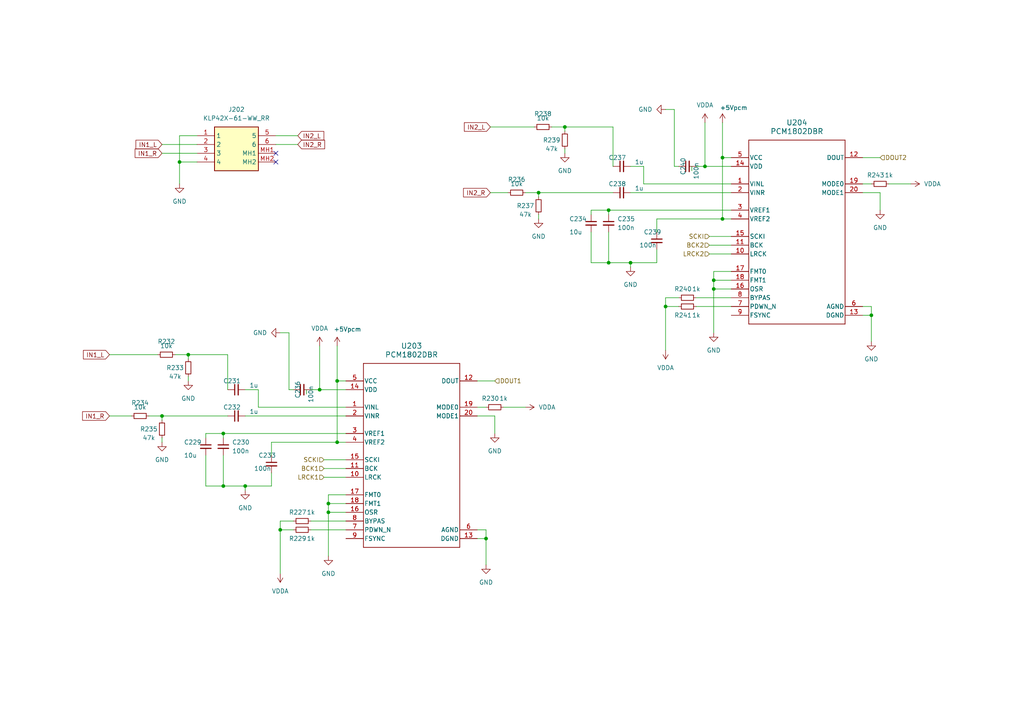
<source format=kicad_sch>
(kicad_sch
	(version 20231120)
	(generator "eeschema")
	(generator_version "8.0")
	(uuid "7a5ba915-2102-47ed-bdae-21377b6ffe6b")
	(paper "A4")
	(title_block
		(title "MISRC-PCM")
		(date "2024-05-23")
		(rev "2.1")
		(comment 1 "Analog audio input + ADC")
	)
	(lib_symbols
		(symbol "2024-02-12_10-18-42:PCM1802DBR"
			(pin_names
				(offset 0.254)
			)
			(exclude_from_sim no)
			(in_bom yes)
			(on_board yes)
			(property "Reference" "U"
				(at 0 2.54 0)
				(effects
					(font
						(size 1.524 1.524)
					)
				)
			)
			(property "Value" "PCM1802DBR"
				(at 0 0 0)
				(effects
					(font
						(size 1.524 1.524)
					)
				)
			)
			(property "Footprint" "DB0020A-IPC_A"
				(at 0 0 0)
				(effects
					(font
						(size 1.27 1.27)
						(italic yes)
					)
					(hide yes)
				)
			)
			(property "Datasheet" "PCM1802DBR"
				(at 0 0 0)
				(effects
					(font
						(size 1.27 1.27)
						(italic yes)
					)
					(hide yes)
				)
			)
			(property "Description" ""
				(at 0 0 0)
				(effects
					(font
						(size 1.27 1.27)
					)
					(hide yes)
				)
			)
			(property "ki_locked" ""
				(at 0 0 0)
				(effects
					(font
						(size 1.27 1.27)
					)
				)
			)
			(property "ki_keywords" "PCM1802DBR"
				(at 0 0 0)
				(effects
					(font
						(size 1.27 1.27)
					)
					(hide yes)
				)
			)
			(property "ki_fp_filters" "DB0020A-IPC_A DB0020A-IPC_B DB0020A-IPC_C DB0020A-MFG"
				(at 0 0 0)
				(effects
					(font
						(size 1.27 1.27)
					)
					(hide yes)
				)
			)
			(symbol "PCM1802DBR_0_1"
				(polyline
					(pts
						(xy 5.08 -48.26) (xy 33.02 -48.26)
					)
					(stroke
						(width 0.2032)
						(type default)
					)
					(fill
						(type none)
					)
				)
				(polyline
					(pts
						(xy 5.08 5.08) (xy 5.08 -48.26)
					)
					(stroke
						(width 0.2032)
						(type default)
					)
					(fill
						(type none)
					)
				)
				(polyline
					(pts
						(xy 33.02 -48.26) (xy 33.02 5.08)
					)
					(stroke
						(width 0.2032)
						(type default)
					)
					(fill
						(type none)
					)
				)
				(polyline
					(pts
						(xy 33.02 5.08) (xy 5.08 5.08)
					)
					(stroke
						(width 0.2032)
						(type default)
					)
					(fill
						(type none)
					)
				)
				(pin unspecified line
					(at 0 -7.62 0)
					(length 5.08)
					(name "VINL"
						(effects
							(font
								(size 1.27 1.27)
							)
						)
					)
					(number "1"
						(effects
							(font
								(size 1.27 1.27)
							)
						)
					)
				)
				(pin bidirectional line
					(at 0 -27.94 0)
					(length 5.08)
					(name "LRCK"
						(effects
							(font
								(size 1.27 1.27)
							)
						)
					)
					(number "10"
						(effects
							(font
								(size 1.27 1.27)
							)
						)
					)
				)
				(pin bidirectional line
					(at 0 -25.4 0)
					(length 5.08)
					(name "BCK"
						(effects
							(font
								(size 1.27 1.27)
							)
						)
					)
					(number "11"
						(effects
							(font
								(size 1.27 1.27)
							)
						)
					)
				)
				(pin output line
					(at 38.1 0 180)
					(length 5.08)
					(name "DOUT"
						(effects
							(font
								(size 1.27 1.27)
							)
						)
					)
					(number "12"
						(effects
							(font
								(size 1.27 1.27)
							)
						)
					)
				)
				(pin power_in line
					(at 38.1 -45.72 180)
					(length 5.08)
					(name "DGND"
						(effects
							(font
								(size 1.27 1.27)
							)
						)
					)
					(number "13"
						(effects
							(font
								(size 1.27 1.27)
							)
						)
					)
				)
				(pin power_in line
					(at 0 -2.54 0)
					(length 5.08)
					(name "VDD"
						(effects
							(font
								(size 1.27 1.27)
							)
						)
					)
					(number "14"
						(effects
							(font
								(size 1.27 1.27)
							)
						)
					)
				)
				(pin input line
					(at 0 -22.86 0)
					(length 5.08)
					(name "SCKI"
						(effects
							(font
								(size 1.27 1.27)
							)
						)
					)
					(number "15"
						(effects
							(font
								(size 1.27 1.27)
							)
						)
					)
				)
				(pin input line
					(at 0 -38.1 0)
					(length 5.08)
					(name "OSR"
						(effects
							(font
								(size 1.27 1.27)
							)
						)
					)
					(number "16"
						(effects
							(font
								(size 1.27 1.27)
							)
						)
					)
				)
				(pin input line
					(at 0 -33.02 0)
					(length 5.08)
					(name "FMT0"
						(effects
							(font
								(size 1.27 1.27)
							)
						)
					)
					(number "17"
						(effects
							(font
								(size 1.27 1.27)
							)
						)
					)
				)
				(pin input line
					(at 0 -35.56 0)
					(length 5.08)
					(name "FMT1"
						(effects
							(font
								(size 1.27 1.27)
							)
						)
					)
					(number "18"
						(effects
							(font
								(size 1.27 1.27)
							)
						)
					)
				)
				(pin input line
					(at 38.1 -7.62 180)
					(length 5.08)
					(name "MODE0"
						(effects
							(font
								(size 1.27 1.27)
							)
						)
					)
					(number "19"
						(effects
							(font
								(size 1.27 1.27)
							)
						)
					)
				)
				(pin unspecified line
					(at 0 -10.16 0)
					(length 5.08)
					(name "VINR"
						(effects
							(font
								(size 1.27 1.27)
							)
						)
					)
					(number "2"
						(effects
							(font
								(size 1.27 1.27)
							)
						)
					)
				)
				(pin input line
					(at 38.1 -10.16 180)
					(length 5.08)
					(name "MODE1"
						(effects
							(font
								(size 1.27 1.27)
							)
						)
					)
					(number "20"
						(effects
							(font
								(size 1.27 1.27)
							)
						)
					)
				)
				(pin power_in line
					(at 0 -15.24 0)
					(length 5.08)
					(name "VREF1"
						(effects
							(font
								(size 1.27 1.27)
							)
						)
					)
					(number "3"
						(effects
							(font
								(size 1.27 1.27)
							)
						)
					)
				)
				(pin power_in line
					(at 0 -17.78 0)
					(length 5.08)
					(name "VREF2"
						(effects
							(font
								(size 1.27 1.27)
							)
						)
					)
					(number "4"
						(effects
							(font
								(size 1.27 1.27)
							)
						)
					)
				)
				(pin power_in line
					(at 0 0 0)
					(length 5.08)
					(name "VCC"
						(effects
							(font
								(size 1.27 1.27)
							)
						)
					)
					(number "5"
						(effects
							(font
								(size 1.27 1.27)
							)
						)
					)
				)
				(pin power_in line
					(at 38.1 -43.18 180)
					(length 5.08)
					(name "AGND"
						(effects
							(font
								(size 1.27 1.27)
							)
						)
					)
					(number "6"
						(effects
							(font
								(size 1.27 1.27)
							)
						)
					)
				)
				(pin input line
					(at 0 -43.18 0)
					(length 5.08)
					(name "PDWN_N"
						(effects
							(font
								(size 1.27 1.27)
							)
						)
					)
					(number "7"
						(effects
							(font
								(size 1.27 1.27)
							)
						)
					)
				)
				(pin input line
					(at 0 -40.64 0)
					(length 5.08)
					(name "BYPAS"
						(effects
							(font
								(size 1.27 1.27)
							)
						)
					)
					(number "8"
						(effects
							(font
								(size 1.27 1.27)
							)
						)
					)
				)
				(pin bidirectional line
					(at 0 -45.72 0)
					(length 5.08)
					(name "FSYNC"
						(effects
							(font
								(size 1.27 1.27)
							)
						)
					)
					(number "9"
						(effects
							(font
								(size 1.27 1.27)
							)
						)
					)
				)
			)
		)
		(symbol "Device:C_Small"
			(pin_numbers hide)
			(pin_names
				(offset 0.254) hide)
			(exclude_from_sim no)
			(in_bom yes)
			(on_board yes)
			(property "Reference" "C"
				(at 0.254 1.778 0)
				(effects
					(font
						(size 1.27 1.27)
					)
					(justify left)
				)
			)
			(property "Value" "C_Small"
				(at 0.254 -2.032 0)
				(effects
					(font
						(size 1.27 1.27)
					)
					(justify left)
				)
			)
			(property "Footprint" ""
				(at 0 0 0)
				(effects
					(font
						(size 1.27 1.27)
					)
					(hide yes)
				)
			)
			(property "Datasheet" "~"
				(at 0 0 0)
				(effects
					(font
						(size 1.27 1.27)
					)
					(hide yes)
				)
			)
			(property "Description" "Unpolarized capacitor, small symbol"
				(at 0 0 0)
				(effects
					(font
						(size 1.27 1.27)
					)
					(hide yes)
				)
			)
			(property "ki_keywords" "capacitor cap"
				(at 0 0 0)
				(effects
					(font
						(size 1.27 1.27)
					)
					(hide yes)
				)
			)
			(property "ki_fp_filters" "C_*"
				(at 0 0 0)
				(effects
					(font
						(size 1.27 1.27)
					)
					(hide yes)
				)
			)
			(symbol "C_Small_0_1"
				(polyline
					(pts
						(xy -1.524 -0.508) (xy 1.524 -0.508)
					)
					(stroke
						(width 0.3302)
						(type default)
					)
					(fill
						(type none)
					)
				)
				(polyline
					(pts
						(xy -1.524 0.508) (xy 1.524 0.508)
					)
					(stroke
						(width 0.3048)
						(type default)
					)
					(fill
						(type none)
					)
				)
			)
			(symbol "C_Small_1_1"
				(pin passive line
					(at 0 2.54 270)
					(length 2.032)
					(name "~"
						(effects
							(font
								(size 1.27 1.27)
							)
						)
					)
					(number "1"
						(effects
							(font
								(size 1.27 1.27)
							)
						)
					)
				)
				(pin passive line
					(at 0 -2.54 90)
					(length 2.032)
					(name "~"
						(effects
							(font
								(size 1.27 1.27)
							)
						)
					)
					(number "2"
						(effects
							(font
								(size 1.27 1.27)
							)
						)
					)
				)
			)
		)
		(symbol "Device:R_Small"
			(pin_numbers hide)
			(pin_names
				(offset 0.254) hide)
			(exclude_from_sim no)
			(in_bom yes)
			(on_board yes)
			(property "Reference" "R"
				(at 0.762 0.508 0)
				(effects
					(font
						(size 1.27 1.27)
					)
					(justify left)
				)
			)
			(property "Value" "R_Small"
				(at 0.762 -1.016 0)
				(effects
					(font
						(size 1.27 1.27)
					)
					(justify left)
				)
			)
			(property "Footprint" ""
				(at 0 0 0)
				(effects
					(font
						(size 1.27 1.27)
					)
					(hide yes)
				)
			)
			(property "Datasheet" "~"
				(at 0 0 0)
				(effects
					(font
						(size 1.27 1.27)
					)
					(hide yes)
				)
			)
			(property "Description" "Resistor, small symbol"
				(at 0 0 0)
				(effects
					(font
						(size 1.27 1.27)
					)
					(hide yes)
				)
			)
			(property "ki_keywords" "R resistor"
				(at 0 0 0)
				(effects
					(font
						(size 1.27 1.27)
					)
					(hide yes)
				)
			)
			(property "ki_fp_filters" "R_*"
				(at 0 0 0)
				(effects
					(font
						(size 1.27 1.27)
					)
					(hide yes)
				)
			)
			(symbol "R_Small_0_1"
				(rectangle
					(start -0.762 1.778)
					(end 0.762 -1.778)
					(stroke
						(width 0.2032)
						(type default)
					)
					(fill
						(type none)
					)
				)
			)
			(symbol "R_Small_1_1"
				(pin passive line
					(at 0 2.54 270)
					(length 0.762)
					(name "~"
						(effects
							(font
								(size 1.27 1.27)
							)
						)
					)
					(number "1"
						(effects
							(font
								(size 1.27 1.27)
							)
						)
					)
				)
				(pin passive line
					(at 0 -2.54 90)
					(length 0.762)
					(name "~"
						(effects
							(font
								(size 1.27 1.27)
							)
						)
					)
					(number "2"
						(effects
							(font
								(size 1.27 1.27)
							)
						)
					)
				)
			)
		)
		(symbol "Peppi_symbols:KLP42X-61-WW_RR"
			(exclude_from_sim no)
			(in_bom yes)
			(on_board yes)
			(property "Reference" "J"
				(at 19.05 7.62 0)
				(effects
					(font
						(size 1.27 1.27)
					)
					(justify left top)
				)
			)
			(property "Value" "KLP42X-61-WW_RR"
				(at 19.05 5.08 0)
				(effects
					(font
						(size 1.27 1.27)
					)
					(justify left top)
				)
			)
			(property "Footprint" "KLP42X61WWRR"
				(at 19.05 -94.92 0)
				(effects
					(font
						(size 1.27 1.27)
					)
					(justify left top)
					(hide yes)
				)
			)
			(property "Datasheet" "https://componentsearchengine.com/Datasheets/1/KLP42X-61-WW_RR.pdf"
				(at 19.05 -194.92 0)
				(effects
					(font
						(size 1.27 1.27)
					)
					(justify left top)
					(hide yes)
				)
			)
			(property "Description" "RCA Phono Connectors PCB STACKED 2X2 WHT WHT OVR RED RED"
				(at 0 0 0)
				(effects
					(font
						(size 1.27 1.27)
					)
					(hide yes)
				)
			)
			(property "Height" "26.85"
				(at 19.05 -394.92 0)
				(effects
					(font
						(size 1.27 1.27)
					)
					(justify left top)
					(hide yes)
				)
			)
			(property "Mouser Part Number" "806-KLP42X-61-WWRR"
				(at 19.05 -494.92 0)
				(effects
					(font
						(size 1.27 1.27)
					)
					(justify left top)
					(hide yes)
				)
			)
			(property "Mouser Price/Stock" "https://www.mouser.co.uk/ProductDetail/Kycon/KLP42X-61-WW-RR?qs=PTHxl2cumbnS989KtdaLFQ%3D%3D"
				(at 19.05 -594.92 0)
				(effects
					(font
						(size 1.27 1.27)
					)
					(justify left top)
					(hide yes)
				)
			)
			(property "Manufacturer_Name" "Kycon"
				(at 19.05 -694.92 0)
				(effects
					(font
						(size 1.27 1.27)
					)
					(justify left top)
					(hide yes)
				)
			)
			(property "Manufacturer_Part_Number" "KLP42X-61-WW/RR"
				(at 19.05 -794.92 0)
				(effects
					(font
						(size 1.27 1.27)
					)
					(justify left top)
					(hide yes)
				)
			)
			(symbol "KLP42X-61-WW_RR_1_1"
				(rectangle
					(start 5.08 2.54)
					(end 17.78 -10.16)
					(stroke
						(width 0.254)
						(type default)
					)
					(fill
						(type background)
					)
				)
				(pin passive line
					(at 0 0 0)
					(length 5.08)
					(name "1"
						(effects
							(font
								(size 1.27 1.27)
							)
						)
					)
					(number "1"
						(effects
							(font
								(size 1.27 1.27)
							)
						)
					)
				)
				(pin passive line
					(at 0 -2.54 0)
					(length 5.08)
					(name "2"
						(effects
							(font
								(size 1.27 1.27)
							)
						)
					)
					(number "2"
						(effects
							(font
								(size 1.27 1.27)
							)
						)
					)
				)
				(pin passive line
					(at 0 -5.08 0)
					(length 5.08)
					(name "3"
						(effects
							(font
								(size 1.27 1.27)
							)
						)
					)
					(number "3"
						(effects
							(font
								(size 1.27 1.27)
							)
						)
					)
				)
				(pin passive line
					(at 0 -7.62 0)
					(length 5.08)
					(name "4"
						(effects
							(font
								(size 1.27 1.27)
							)
						)
					)
					(number "4"
						(effects
							(font
								(size 1.27 1.27)
							)
						)
					)
				)
				(pin passive line
					(at 22.86 0 180)
					(length 5.08)
					(name "5"
						(effects
							(font
								(size 1.27 1.27)
							)
						)
					)
					(number "5"
						(effects
							(font
								(size 1.27 1.27)
							)
						)
					)
				)
				(pin passive line
					(at 22.86 -2.54 180)
					(length 5.08)
					(name "6"
						(effects
							(font
								(size 1.27 1.27)
							)
						)
					)
					(number "6"
						(effects
							(font
								(size 1.27 1.27)
							)
						)
					)
				)
				(pin passive line
					(at 22.86 -5.08 180)
					(length 5.08)
					(name "MH1"
						(effects
							(font
								(size 1.27 1.27)
							)
						)
					)
					(number "MH1"
						(effects
							(font
								(size 1.27 1.27)
							)
						)
					)
				)
				(pin passive line
					(at 22.86 -7.62 180)
					(length 5.08)
					(name "MH2"
						(effects
							(font
								(size 1.27 1.27)
							)
						)
					)
					(number "MH2"
						(effects
							(font
								(size 1.27 1.27)
							)
						)
					)
				)
			)
		)
		(symbol "power:+5VA"
			(power)
			(pin_names
				(offset 0)
			)
			(exclude_from_sim no)
			(in_bom yes)
			(on_board yes)
			(property "Reference" "#PWR"
				(at 0 -3.81 0)
				(effects
					(font
						(size 1.27 1.27)
					)
					(hide yes)
				)
			)
			(property "Value" "+5VA"
				(at 0 3.556 0)
				(effects
					(font
						(size 1.27 1.27)
					)
				)
			)
			(property "Footprint" ""
				(at 0 0 0)
				(effects
					(font
						(size 1.27 1.27)
					)
					(hide yes)
				)
			)
			(property "Datasheet" ""
				(at 0 0 0)
				(effects
					(font
						(size 1.27 1.27)
					)
					(hide yes)
				)
			)
			(property "Description" "Power symbol creates a global label with name \"+5VA\""
				(at 0 0 0)
				(effects
					(font
						(size 1.27 1.27)
					)
					(hide yes)
				)
			)
			(property "ki_keywords" "global power"
				(at 0 0 0)
				(effects
					(font
						(size 1.27 1.27)
					)
					(hide yes)
				)
			)
			(symbol "+5VA_0_1"
				(polyline
					(pts
						(xy -0.762 1.27) (xy 0 2.54)
					)
					(stroke
						(width 0)
						(type default)
					)
					(fill
						(type none)
					)
				)
				(polyline
					(pts
						(xy 0 0) (xy 0 2.54)
					)
					(stroke
						(width 0)
						(type default)
					)
					(fill
						(type none)
					)
				)
				(polyline
					(pts
						(xy 0 2.54) (xy 0.762 1.27)
					)
					(stroke
						(width 0)
						(type default)
					)
					(fill
						(type none)
					)
				)
			)
			(symbol "+5VA_1_1"
				(pin power_in line
					(at 0 0 90)
					(length 0) hide
					(name "+5VA"
						(effects
							(font
								(size 1.27 1.27)
							)
						)
					)
					(number "1"
						(effects
							(font
								(size 1.27 1.27)
							)
						)
					)
				)
			)
		)
		(symbol "power:GND"
			(power)
			(pin_names
				(offset 0)
			)
			(exclude_from_sim no)
			(in_bom yes)
			(on_board yes)
			(property "Reference" "#PWR"
				(at 0 -6.35 0)
				(effects
					(font
						(size 1.27 1.27)
					)
					(hide yes)
				)
			)
			(property "Value" "GND"
				(at 0 -3.81 0)
				(effects
					(font
						(size 1.27 1.27)
					)
				)
			)
			(property "Footprint" ""
				(at 0 0 0)
				(effects
					(font
						(size 1.27 1.27)
					)
					(hide yes)
				)
			)
			(property "Datasheet" ""
				(at 0 0 0)
				(effects
					(font
						(size 1.27 1.27)
					)
					(hide yes)
				)
			)
			(property "Description" "Power symbol creates a global label with name \"GND\" , ground"
				(at 0 0 0)
				(effects
					(font
						(size 1.27 1.27)
					)
					(hide yes)
				)
			)
			(property "ki_keywords" "global power"
				(at 0 0 0)
				(effects
					(font
						(size 1.27 1.27)
					)
					(hide yes)
				)
			)
			(symbol "GND_0_1"
				(polyline
					(pts
						(xy 0 0) (xy 0 -1.27) (xy 1.27 -1.27) (xy 0 -2.54) (xy -1.27 -1.27) (xy 0 -1.27)
					)
					(stroke
						(width 0)
						(type default)
					)
					(fill
						(type none)
					)
				)
			)
			(symbol "GND_1_1"
				(pin power_in line
					(at 0 0 270)
					(length 0) hide
					(name "GND"
						(effects
							(font
								(size 1.27 1.27)
							)
						)
					)
					(number "1"
						(effects
							(font
								(size 1.27 1.27)
							)
						)
					)
				)
			)
		)
		(symbol "power:VDDA"
			(power)
			(pin_names
				(offset 0)
			)
			(exclude_from_sim no)
			(in_bom yes)
			(on_board yes)
			(property "Reference" "#PWR"
				(at 0 -3.81 0)
				(effects
					(font
						(size 1.27 1.27)
					)
					(hide yes)
				)
			)
			(property "Value" "VDDA"
				(at 0 3.81 0)
				(effects
					(font
						(size 1.27 1.27)
					)
				)
			)
			(property "Footprint" ""
				(at 0 0 0)
				(effects
					(font
						(size 1.27 1.27)
					)
					(hide yes)
				)
			)
			(property "Datasheet" ""
				(at 0 0 0)
				(effects
					(font
						(size 1.27 1.27)
					)
					(hide yes)
				)
			)
			(property "Description" "Power symbol creates a global label with name \"VDDA\""
				(at 0 0 0)
				(effects
					(font
						(size 1.27 1.27)
					)
					(hide yes)
				)
			)
			(property "ki_keywords" "global power"
				(at 0 0 0)
				(effects
					(font
						(size 1.27 1.27)
					)
					(hide yes)
				)
			)
			(symbol "VDDA_0_1"
				(polyline
					(pts
						(xy -0.762 1.27) (xy 0 2.54)
					)
					(stroke
						(width 0)
						(type default)
					)
					(fill
						(type none)
					)
				)
				(polyline
					(pts
						(xy 0 0) (xy 0 2.54)
					)
					(stroke
						(width 0)
						(type default)
					)
					(fill
						(type none)
					)
				)
				(polyline
					(pts
						(xy 0 2.54) (xy 0.762 1.27)
					)
					(stroke
						(width 0)
						(type default)
					)
					(fill
						(type none)
					)
				)
			)
			(symbol "VDDA_1_1"
				(pin power_in line
					(at 0 0 90)
					(length 0) hide
					(name "VDDA"
						(effects
							(font
								(size 1.27 1.27)
							)
						)
					)
					(number "1"
						(effects
							(font
								(size 1.27 1.27)
							)
						)
					)
				)
			)
		)
	)
	(junction
		(at 46.99 120.65)
		(diameter 0)
		(color 0 0 0 0)
		(uuid "0720aecd-fa72-4d9c-94da-11203428077f")
	)
	(junction
		(at 193.04 88.9)
		(diameter 0)
		(color 0 0 0 0)
		(uuid "0d2dd444-25d8-4b41-9edb-87fb1eeed1c3")
	)
	(junction
		(at 207.01 83.82)
		(diameter 0)
		(color 0 0 0 0)
		(uuid "1bb0e3e2-aae8-40df-8972-24f86c6ae693")
	)
	(junction
		(at 204.47 48.26)
		(diameter 0)
		(color 0 0 0 0)
		(uuid "1ceabd86-5955-40d1-9189-6d23e53b344f")
	)
	(junction
		(at 64.77 140.97)
		(diameter 0)
		(color 0 0 0 0)
		(uuid "2419d5e7-e1a4-4d8f-8b9f-1c118918c5f0")
	)
	(junction
		(at 97.79 110.49)
		(diameter 0)
		(color 0 0 0 0)
		(uuid "2592c422-1f8b-412d-8ca3-f85ce57b81f4")
	)
	(junction
		(at 182.88 76.2)
		(diameter 0)
		(color 0 0 0 0)
		(uuid "28ac4f15-c7c6-4b20-9f56-5e615e867e0d")
	)
	(junction
		(at 156.21 55.88)
		(diameter 0)
		(color 0 0 0 0)
		(uuid "2936450e-0701-436b-ab1e-d397ba5a1540")
	)
	(junction
		(at 64.77 125.73)
		(diameter 0)
		(color 0 0 0 0)
		(uuid "2e93e81c-adc7-4a9c-a890-11cdc36960e8")
	)
	(junction
		(at 176.53 60.96)
		(diameter 0)
		(color 0 0 0 0)
		(uuid "35715068-bd30-49da-804f-9e3b5c62a96f")
	)
	(junction
		(at 97.79 128.27)
		(diameter 0)
		(color 0 0 0 0)
		(uuid "4a4a96d9-7e99-4272-890a-0d4b7a5b93cd")
	)
	(junction
		(at 140.97 156.21)
		(diameter 0)
		(color 0 0 0 0)
		(uuid "4f29dca5-9d56-46c9-8bca-1c6cd6915ac7")
	)
	(junction
		(at 209.55 63.5)
		(diameter 0)
		(color 0 0 0 0)
		(uuid "5550693c-6e03-428b-9d92-ba8bc3f5e742")
	)
	(junction
		(at 252.73 91.44)
		(diameter 0)
		(color 0 0 0 0)
		(uuid "59e0e316-45b0-4090-96e5-ec2e11502f26")
	)
	(junction
		(at 209.55 45.72)
		(diameter 0)
		(color 0 0 0 0)
		(uuid "6a0d0805-7774-4f76-9e4b-c7084d9ad4fc")
	)
	(junction
		(at 95.25 146.05)
		(diameter 0)
		(color 0 0 0 0)
		(uuid "7f40d101-1ed8-478e-ba72-22e4c9e07e65")
	)
	(junction
		(at 176.53 76.2)
		(diameter 0)
		(color 0 0 0 0)
		(uuid "80a3c52a-0741-4ab2-a19a-9b6e91470f07")
	)
	(junction
		(at 71.12 140.97)
		(diameter 0)
		(color 0 0 0 0)
		(uuid "9165e141-4134-4291-b76d-a0c40a299453")
	)
	(junction
		(at 52.07 46.99)
		(diameter 0)
		(color 0 0 0 0)
		(uuid "a39ef662-aed9-4582-9cd3-bd3e3122b52c")
	)
	(junction
		(at 92.71 113.03)
		(diameter 0)
		(color 0 0 0 0)
		(uuid "a76a606f-6f43-4b94-a056-d7b1cd8d43de")
	)
	(junction
		(at 95.25 148.59)
		(diameter 0)
		(color 0 0 0 0)
		(uuid "afab753a-af39-470d-9378-fb9f9f69eb9f")
	)
	(junction
		(at 54.61 102.87)
		(diameter 0)
		(color 0 0 0 0)
		(uuid "c40c668a-5a37-4753-91be-47a9d84a1268")
	)
	(junction
		(at 81.28 153.67)
		(diameter 0)
		(color 0 0 0 0)
		(uuid "c8951d77-f1ae-4a2d-98d8-99a36d47541e")
	)
	(junction
		(at 207.01 81.28)
		(diameter 0)
		(color 0 0 0 0)
		(uuid "ccc37f55-346c-401e-b0fb-ca6506d30586")
	)
	(junction
		(at 163.83 36.83)
		(diameter 0)
		(color 0 0 0 0)
		(uuid "eff1d392-5288-4f58-9cc4-5a52278f2548")
	)
	(no_connect
		(at 80.01 46.99)
		(uuid "7e95c0ca-d18a-4836-bdd4-078bd6ec3af8")
	)
	(no_connect
		(at 80.01 44.45)
		(uuid "bfce3b0a-6190-42a5-826a-80bb613947f6")
	)
	(wire
		(pts
			(xy 52.07 39.37) (xy 52.07 46.99)
		)
		(stroke
			(width 0)
			(type default)
		)
		(uuid "01e7cda9-a345-44b9-9b91-8e12b9d65a04")
	)
	(wire
		(pts
			(xy 201.93 48.26) (xy 204.47 48.26)
		)
		(stroke
			(width 0)
			(type default)
		)
		(uuid "05b69b64-713c-463e-805c-3e24da3322fb")
	)
	(wire
		(pts
			(xy 52.07 46.99) (xy 52.07 53.34)
		)
		(stroke
			(width 0)
			(type default)
		)
		(uuid "061997c7-c7ea-47cb-8d6d-69e3435f008c")
	)
	(wire
		(pts
			(xy 171.45 67.31) (xy 171.45 76.2)
		)
		(stroke
			(width 0)
			(type default)
		)
		(uuid "07285e53-eea2-4e9c-bb92-839111a600ae")
	)
	(wire
		(pts
			(xy 182.88 76.2) (xy 190.5 76.2)
		)
		(stroke
			(width 0)
			(type default)
		)
		(uuid "0a84f469-fa92-41de-accc-2241f5fdbc39")
	)
	(wire
		(pts
			(xy 64.77 125.73) (xy 59.69 125.73)
		)
		(stroke
			(width 0)
			(type default)
		)
		(uuid "0cf3acde-bb8c-4c8c-87ed-59fd70dcb795")
	)
	(wire
		(pts
			(xy 207.01 78.74) (xy 207.01 81.28)
		)
		(stroke
			(width 0)
			(type default)
		)
		(uuid "0dcfe928-d600-441f-be68-a2141b26d1ed")
	)
	(wire
		(pts
			(xy 59.69 140.97) (xy 64.77 140.97)
		)
		(stroke
			(width 0)
			(type default)
		)
		(uuid "0df49b6e-f268-458b-90cf-bd35a0d7fb18")
	)
	(wire
		(pts
			(xy 176.53 60.96) (xy 171.45 60.96)
		)
		(stroke
			(width 0)
			(type default)
		)
		(uuid "10349d7b-5ae6-4d39-859c-8dbcfec68002")
	)
	(wire
		(pts
			(xy 74.93 113.03) (xy 71.12 113.03)
		)
		(stroke
			(width 0)
			(type default)
		)
		(uuid "13844212-cd09-4592-bee2-f81db6d153f8")
	)
	(wire
		(pts
			(xy 142.24 36.83) (xy 154.94 36.83)
		)
		(stroke
			(width 0)
			(type default)
		)
		(uuid "187bd3cd-e7d0-41ee-a3d1-f3f1ce17ff1a")
	)
	(wire
		(pts
			(xy 92.71 113.03) (xy 100.33 113.03)
		)
		(stroke
			(width 0)
			(type default)
		)
		(uuid "18919791-37eb-49a1-9820-ff49c56c30b3")
	)
	(wire
		(pts
			(xy 90.17 151.13) (xy 100.33 151.13)
		)
		(stroke
			(width 0)
			(type default)
		)
		(uuid "192c535e-d72d-4e9e-9805-4a69a4dff7f0")
	)
	(wire
		(pts
			(xy 201.93 86.36) (xy 212.09 86.36)
		)
		(stroke
			(width 0)
			(type default)
		)
		(uuid "19e04006-6c07-4702-9a0d-1d5036657b76")
	)
	(wire
		(pts
			(xy 64.77 125.73) (xy 64.77 127)
		)
		(stroke
			(width 0)
			(type default)
		)
		(uuid "1e7ceb59-132c-4e9e-9c33-87ca226f181d")
	)
	(wire
		(pts
			(xy 156.21 62.23) (xy 156.21 63.5)
		)
		(stroke
			(width 0)
			(type default)
		)
		(uuid "23c328be-231e-40e0-9d73-a6f064053702")
	)
	(wire
		(pts
			(xy 156.21 55.88) (xy 177.8 55.88)
		)
		(stroke
			(width 0)
			(type default)
		)
		(uuid "25ccbe9c-63fb-46ab-830c-638265fc77c0")
	)
	(wire
		(pts
			(xy 85.09 113.03) (xy 83.82 113.03)
		)
		(stroke
			(width 0)
			(type default)
		)
		(uuid "275c5cf1-caa0-4f18-a046-885bbbcbdb20")
	)
	(wire
		(pts
			(xy 205.74 73.66) (xy 212.09 73.66)
		)
		(stroke
			(width 0)
			(type default)
		)
		(uuid "29a218a8-f903-42ed-961d-4ed98297b0f0")
	)
	(wire
		(pts
			(xy 54.61 102.87) (xy 66.04 102.87)
		)
		(stroke
			(width 0)
			(type default)
		)
		(uuid "2a537661-24b1-4678-8837-33f8e19416a8")
	)
	(wire
		(pts
			(xy 186.69 53.34) (xy 186.69 48.26)
		)
		(stroke
			(width 0)
			(type default)
		)
		(uuid "2cf93ac7-1daa-4fd9-8aa2-cc433a0ff046")
	)
	(wire
		(pts
			(xy 59.69 132.08) (xy 59.69 140.97)
		)
		(stroke
			(width 0)
			(type default)
		)
		(uuid "2f3414de-eafd-44ba-a570-b9c63c83dbf8")
	)
	(wire
		(pts
			(xy 193.04 86.36) (xy 193.04 88.9)
		)
		(stroke
			(width 0)
			(type default)
		)
		(uuid "2fd63ed3-a1c2-40c2-a1c4-7f02d9860818")
	)
	(wire
		(pts
			(xy 93.98 135.89) (xy 100.33 135.89)
		)
		(stroke
			(width 0)
			(type default)
		)
		(uuid "2fe217f9-25fe-4272-bea5-8837197591a2")
	)
	(wire
		(pts
			(xy 78.74 137.16) (xy 78.74 140.97)
		)
		(stroke
			(width 0)
			(type default)
		)
		(uuid "31e3665c-784b-42db-85fa-66e3af68c38e")
	)
	(wire
		(pts
			(xy 46.99 41.91) (xy 57.15 41.91)
		)
		(stroke
			(width 0)
			(type default)
		)
		(uuid "34029f18-88ab-4c90-9389-c1f2fd8d4ab5")
	)
	(wire
		(pts
			(xy 142.24 55.88) (xy 147.32 55.88)
		)
		(stroke
			(width 0)
			(type default)
		)
		(uuid "35c01699-ffd7-4742-8ed6-c442a1a707f3")
	)
	(wire
		(pts
			(xy 177.8 36.83) (xy 177.8 48.26)
		)
		(stroke
			(width 0)
			(type default)
		)
		(uuid "39279e05-2d53-4882-8e79-97cb5c6b3adf")
	)
	(wire
		(pts
			(xy 92.71 100.33) (xy 92.71 113.03)
		)
		(stroke
			(width 0)
			(type default)
		)
		(uuid "398df291-5874-4c7a-8a48-b1752cc1f872")
	)
	(wire
		(pts
			(xy 66.04 102.87) (xy 66.04 113.03)
		)
		(stroke
			(width 0)
			(type default)
		)
		(uuid "3a0bbc25-8547-4686-8c51-951350a89839")
	)
	(wire
		(pts
			(xy 163.83 36.83) (xy 163.83 38.1)
		)
		(stroke
			(width 0)
			(type default)
		)
		(uuid "3be162d1-0b00-412b-8d1a-99331436be58")
	)
	(wire
		(pts
			(xy 100.33 143.51) (xy 95.25 143.51)
		)
		(stroke
			(width 0)
			(type default)
		)
		(uuid "3e046c46-9ab2-4384-b709-b446d8ae3e82")
	)
	(wire
		(pts
			(xy 205.74 71.12) (xy 212.09 71.12)
		)
		(stroke
			(width 0)
			(type default)
		)
		(uuid "3e361d4a-1879-4d0f-b836-0f9d14e9effc")
	)
	(wire
		(pts
			(xy 54.61 109.22) (xy 54.61 110.49)
		)
		(stroke
			(width 0)
			(type default)
		)
		(uuid "3f2a6e65-d3db-419e-900a-ee35206cdfc6")
	)
	(wire
		(pts
			(xy 71.12 140.97) (xy 78.74 140.97)
		)
		(stroke
			(width 0)
			(type default)
		)
		(uuid "45e32b7e-b334-4750-a1ce-26b9a7a0ea48")
	)
	(wire
		(pts
			(xy 182.88 55.88) (xy 212.09 55.88)
		)
		(stroke
			(width 0)
			(type default)
		)
		(uuid "4660b8ff-effe-41cf-90ba-2756a9457269")
	)
	(wire
		(pts
			(xy 212.09 45.72) (xy 209.55 45.72)
		)
		(stroke
			(width 0)
			(type default)
		)
		(uuid "47bbd86c-c0b8-4d34-8914-949d08498c21")
	)
	(wire
		(pts
			(xy 143.51 120.65) (xy 143.51 125.73)
		)
		(stroke
			(width 0)
			(type default)
		)
		(uuid "47ea1f7e-f84c-4862-8321-3e493720f342")
	)
	(wire
		(pts
			(xy 250.19 88.9) (xy 252.73 88.9)
		)
		(stroke
			(width 0)
			(type default)
		)
		(uuid "4878dc43-bb56-4f15-a3b7-3b02c3d5777d")
	)
	(wire
		(pts
			(xy 140.97 153.67) (xy 140.97 156.21)
		)
		(stroke
			(width 0)
			(type default)
		)
		(uuid "4ad29d97-ad92-454f-b3dc-ba52e747e833")
	)
	(wire
		(pts
			(xy 100.33 118.11) (xy 74.93 118.11)
		)
		(stroke
			(width 0)
			(type default)
		)
		(uuid "4ae6493f-e9b2-4687-87cc-a305300da691")
	)
	(wire
		(pts
			(xy 100.33 110.49) (xy 97.79 110.49)
		)
		(stroke
			(width 0)
			(type default)
		)
		(uuid "4c39ebde-c963-4b2a-83eb-231f9d0bed05")
	)
	(wire
		(pts
			(xy 205.74 68.58) (xy 212.09 68.58)
		)
		(stroke
			(width 0)
			(type default)
		)
		(uuid "528670b5-0dcf-4cda-8cba-7186a16e96de")
	)
	(wire
		(pts
			(xy 80.01 39.37) (xy 86.36 39.37)
		)
		(stroke
			(width 0)
			(type default)
		)
		(uuid "531e6a00-fae4-4428-90c9-64aeb03510d6")
	)
	(wire
		(pts
			(xy 95.25 148.59) (xy 95.25 161.29)
		)
		(stroke
			(width 0)
			(type default)
		)
		(uuid "53d25d32-d3f0-4d5f-b51c-00e5acfda697")
	)
	(wire
		(pts
			(xy 95.25 143.51) (xy 95.25 146.05)
		)
		(stroke
			(width 0)
			(type default)
		)
		(uuid "5446d2a8-5c23-4d15-a2af-4a7a4fbc8535")
	)
	(wire
		(pts
			(xy 204.47 48.26) (xy 212.09 48.26)
		)
		(stroke
			(width 0)
			(type default)
		)
		(uuid "5b70ea9a-7303-44cd-a4d2-8f12a4aeb29e")
	)
	(wire
		(pts
			(xy 212.09 63.5) (xy 209.55 63.5)
		)
		(stroke
			(width 0)
			(type default)
		)
		(uuid "5d1868dd-3c30-45d8-91bf-031496bd1486")
	)
	(wire
		(pts
			(xy 46.99 44.45) (xy 57.15 44.45)
		)
		(stroke
			(width 0)
			(type default)
		)
		(uuid "5e6ebc94-5a19-4441-b2b2-06f0a667630d")
	)
	(wire
		(pts
			(xy 209.55 35.56) (xy 209.55 45.72)
		)
		(stroke
			(width 0)
			(type default)
		)
		(uuid "613214a1-a0b5-432a-bff5-6550674db1c3")
	)
	(wire
		(pts
			(xy 81.28 151.13) (xy 81.28 153.67)
		)
		(stroke
			(width 0)
			(type default)
		)
		(uuid "632a7254-7638-4fcf-9144-a0ed880d2eba")
	)
	(wire
		(pts
			(xy 196.85 48.26) (xy 195.58 48.26)
		)
		(stroke
			(width 0)
			(type default)
		)
		(uuid "640e653e-ddd2-42d1-b5f4-17cba5b6759c")
	)
	(wire
		(pts
			(xy 182.88 76.2) (xy 182.88 77.47)
		)
		(stroke
			(width 0)
			(type default)
		)
		(uuid "647fd35d-1cde-426b-b294-a7848182f18c")
	)
	(wire
		(pts
			(xy 81.28 153.67) (xy 81.28 166.37)
		)
		(stroke
			(width 0)
			(type default)
		)
		(uuid "654247b0-f52d-4af3-8eec-580215cda974")
	)
	(wire
		(pts
			(xy 207.01 81.28) (xy 207.01 83.82)
		)
		(stroke
			(width 0)
			(type default)
		)
		(uuid "661b0afc-0582-4320-aa0f-8645217fbf97")
	)
	(wire
		(pts
			(xy 257.81 53.34) (xy 264.16 53.34)
		)
		(stroke
			(width 0)
			(type default)
		)
		(uuid "69429077-1be3-4979-8d43-edf02ec73e13")
	)
	(wire
		(pts
			(xy 212.09 81.28) (xy 207.01 81.28)
		)
		(stroke
			(width 0)
			(type default)
		)
		(uuid "6b015473-5f54-4885-b31e-5efbfdd675b7")
	)
	(wire
		(pts
			(xy 209.55 45.72) (xy 209.55 63.5)
		)
		(stroke
			(width 0)
			(type default)
		)
		(uuid "6b8279fa-be88-4d45-a683-823629fd56d8")
	)
	(wire
		(pts
			(xy 71.12 140.97) (xy 71.12 142.24)
		)
		(stroke
			(width 0)
			(type default)
		)
		(uuid "6b82a84d-1c05-42b5-bc6c-460ee395ef84")
	)
	(wire
		(pts
			(xy 97.79 110.49) (xy 97.79 128.27)
		)
		(stroke
			(width 0)
			(type default)
		)
		(uuid "6bf96b22-5abc-4564-a0ca-63554eda622a")
	)
	(wire
		(pts
			(xy 250.19 45.72) (xy 255.27 45.72)
		)
		(stroke
			(width 0)
			(type default)
		)
		(uuid "6ea76134-9d67-4483-bd51-7c4498ea52e6")
	)
	(wire
		(pts
			(xy 90.17 113.03) (xy 92.71 113.03)
		)
		(stroke
			(width 0)
			(type default)
		)
		(uuid "71249c00-fffc-4d80-b738-9fc9551d67d2")
	)
	(wire
		(pts
			(xy 57.15 39.37) (xy 52.07 39.37)
		)
		(stroke
			(width 0)
			(type default)
		)
		(uuid "71afc279-1a14-4a15-ac44-07bbd0a439c0")
	)
	(wire
		(pts
			(xy 140.97 156.21) (xy 140.97 163.83)
		)
		(stroke
			(width 0)
			(type default)
		)
		(uuid "74111f54-fa61-441c-8218-dc580bbefd30")
	)
	(wire
		(pts
			(xy 85.09 151.13) (xy 81.28 151.13)
		)
		(stroke
			(width 0)
			(type default)
		)
		(uuid "74adff69-2b2c-480b-8f28-f7706d55e327")
	)
	(wire
		(pts
			(xy 163.83 36.83) (xy 177.8 36.83)
		)
		(stroke
			(width 0)
			(type default)
		)
		(uuid "74db31a2-af9a-4809-947f-a2806bd211f4")
	)
	(wire
		(pts
			(xy 74.93 118.11) (xy 74.93 113.03)
		)
		(stroke
			(width 0)
			(type default)
		)
		(uuid "7699e164-aa3b-4480-b5d3-a43335effbf7")
	)
	(wire
		(pts
			(xy 138.43 156.21) (xy 140.97 156.21)
		)
		(stroke
			(width 0)
			(type default)
		)
		(uuid "77420bd3-850b-4c2a-8795-3763a7da97e1")
	)
	(wire
		(pts
			(xy 31.75 102.87) (xy 45.72 102.87)
		)
		(stroke
			(width 0)
			(type default)
		)
		(uuid "7c39a66a-32be-4b45-a885-e12ca8828554")
	)
	(wire
		(pts
			(xy 193.04 31.75) (xy 195.58 31.75)
		)
		(stroke
			(width 0)
			(type default)
		)
		(uuid "7c49557e-f956-40db-83ac-a923c0eb2297")
	)
	(wire
		(pts
			(xy 250.19 91.44) (xy 252.73 91.44)
		)
		(stroke
			(width 0)
			(type default)
		)
		(uuid "87025d96-4085-44fb-ba0f-44f091961e9d")
	)
	(wire
		(pts
			(xy 64.77 132.08) (xy 64.77 140.97)
		)
		(stroke
			(width 0)
			(type default)
		)
		(uuid "876d8c09-5a4c-4851-998e-ffab14a52918")
	)
	(wire
		(pts
			(xy 252.73 88.9) (xy 252.73 91.44)
		)
		(stroke
			(width 0)
			(type default)
		)
		(uuid "903a0af1-f43a-48a3-b458-3d3a4a543229")
	)
	(wire
		(pts
			(xy 138.43 120.65) (xy 143.51 120.65)
		)
		(stroke
			(width 0)
			(type default)
		)
		(uuid "91b72873-947e-402a-a67e-f9029b7ef8bb")
	)
	(wire
		(pts
			(xy 81.28 96.52) (xy 83.82 96.52)
		)
		(stroke
			(width 0)
			(type default)
		)
		(uuid "9222f9af-1850-4618-940d-a0e4ab7374da")
	)
	(wire
		(pts
			(xy 81.28 153.67) (xy 85.09 153.67)
		)
		(stroke
			(width 0)
			(type default)
		)
		(uuid "93cfee02-ba03-44a9-99ba-8e1ef6fc5998")
	)
	(wire
		(pts
			(xy 156.21 55.88) (xy 156.21 57.15)
		)
		(stroke
			(width 0)
			(type default)
		)
		(uuid "944a0978-2f8c-491d-9e55-099500275df8")
	)
	(wire
		(pts
			(xy 193.04 88.9) (xy 193.04 101.6)
		)
		(stroke
			(width 0)
			(type default)
		)
		(uuid "9b7040a0-187d-4a38-8225-c41fd3e73730")
	)
	(wire
		(pts
			(xy 255.27 55.88) (xy 255.27 60.96)
		)
		(stroke
			(width 0)
			(type default)
		)
		(uuid "9d231122-54c5-41ee-b2bc-25a0ba8374f9")
	)
	(wire
		(pts
			(xy 252.73 91.44) (xy 252.73 99.06)
		)
		(stroke
			(width 0)
			(type default)
		)
		(uuid "9eeecd6e-0a1f-46ba-9003-dffb50915b82")
	)
	(wire
		(pts
			(xy 152.4 55.88) (xy 156.21 55.88)
		)
		(stroke
			(width 0)
			(type default)
		)
		(uuid "9f164cde-762d-4037-8a00-1312f14984f9")
	)
	(wire
		(pts
			(xy 176.53 76.2) (xy 182.88 76.2)
		)
		(stroke
			(width 0)
			(type default)
		)
		(uuid "9f402f57-4fa4-4118-ad53-e93f43e2ee96")
	)
	(wire
		(pts
			(xy 31.75 120.65) (xy 38.1 120.65)
		)
		(stroke
			(width 0)
			(type default)
		)
		(uuid "a00838e8-4d66-43b8-8b05-15ee7603868b")
	)
	(wire
		(pts
			(xy 250.19 55.88) (xy 255.27 55.88)
		)
		(stroke
			(width 0)
			(type default)
		)
		(uuid "a2048170-c010-4c1d-98c9-fe7902f59b5e")
	)
	(wire
		(pts
			(xy 46.99 120.65) (xy 46.99 121.92)
		)
		(stroke
			(width 0)
			(type default)
		)
		(uuid "a2059a6f-d24d-4abc-acaa-4e2aabc12276")
	)
	(wire
		(pts
			(xy 138.43 118.11) (xy 140.97 118.11)
		)
		(stroke
			(width 0)
			(type default)
		)
		(uuid "a2e54c4a-a1b7-4806-8cab-9289d0a338da")
	)
	(wire
		(pts
			(xy 196.85 86.36) (xy 193.04 86.36)
		)
		(stroke
			(width 0)
			(type default)
		)
		(uuid "a441070f-fc77-4995-abf6-798af91e62a4")
	)
	(wire
		(pts
			(xy 100.33 146.05) (xy 95.25 146.05)
		)
		(stroke
			(width 0)
			(type default)
		)
		(uuid "a62ffe5a-16d1-4af5-ae00-8868d0debcfb")
	)
	(wire
		(pts
			(xy 46.99 127) (xy 46.99 128.27)
		)
		(stroke
			(width 0)
			(type default)
		)
		(uuid "a7c0b826-6c2d-4ff0-ae9a-5b1c8821a85f")
	)
	(wire
		(pts
			(xy 93.98 133.35) (xy 100.33 133.35)
		)
		(stroke
			(width 0)
			(type default)
		)
		(uuid "a806622e-adda-46b4-b53e-3d6217cd4e7b")
	)
	(wire
		(pts
			(xy 80.01 41.91) (xy 86.36 41.91)
		)
		(stroke
			(width 0)
			(type default)
		)
		(uuid "a8e7b852-c18a-4694-b80e-974ca8da8381")
	)
	(wire
		(pts
			(xy 207.01 83.82) (xy 207.01 96.52)
		)
		(stroke
			(width 0)
			(type default)
		)
		(uuid "ac50a5e3-1c37-4742-a80a-2f885ae30573")
	)
	(wire
		(pts
			(xy 78.74 128.27) (xy 97.79 128.27)
		)
		(stroke
			(width 0)
			(type default)
		)
		(uuid "acc37317-f53f-464f-8d37-7d9f8a151288")
	)
	(wire
		(pts
			(xy 190.5 63.5) (xy 209.55 63.5)
		)
		(stroke
			(width 0)
			(type default)
		)
		(uuid "af2cfdff-807c-43f3-b86d-ba1a05ace6ad")
	)
	(wire
		(pts
			(xy 171.45 60.96) (xy 171.45 62.23)
		)
		(stroke
			(width 0)
			(type default)
		)
		(uuid "af84e255-6675-41ce-a6fe-9e9d3e593618")
	)
	(wire
		(pts
			(xy 212.09 60.96) (xy 176.53 60.96)
		)
		(stroke
			(width 0)
			(type default)
		)
		(uuid "b4f63bad-5af6-4eb0-b15b-002c4682ba9b")
	)
	(wire
		(pts
			(xy 59.69 125.73) (xy 59.69 127)
		)
		(stroke
			(width 0)
			(type default)
		)
		(uuid "b6f8882e-9a8d-4b22-8c2c-0a8a3a41d876")
	)
	(wire
		(pts
			(xy 46.99 120.65) (xy 66.04 120.65)
		)
		(stroke
			(width 0)
			(type default)
		)
		(uuid "b7bc65ee-ab56-484f-85b1-1f8318e6a39a")
	)
	(wire
		(pts
			(xy 95.25 148.59) (xy 100.33 148.59)
		)
		(stroke
			(width 0)
			(type default)
		)
		(uuid "ba8e4cff-075b-4751-bce6-4a79a59dc59b")
	)
	(wire
		(pts
			(xy 250.19 53.34) (xy 252.73 53.34)
		)
		(stroke
			(width 0)
			(type default)
		)
		(uuid "bc43fd4f-dfef-4a62-a767-807e2036f384")
	)
	(wire
		(pts
			(xy 212.09 78.74) (xy 207.01 78.74)
		)
		(stroke
			(width 0)
			(type default)
		)
		(uuid "be9a3a38-0119-47f1-b4c4-bc4b6bb07eff")
	)
	(wire
		(pts
			(xy 95.25 146.05) (xy 95.25 148.59)
		)
		(stroke
			(width 0)
			(type default)
		)
		(uuid "c2812c4e-86ef-4304-abab-d14690fef9c1")
	)
	(wire
		(pts
			(xy 64.77 140.97) (xy 71.12 140.97)
		)
		(stroke
			(width 0)
			(type default)
		)
		(uuid "c572a2b0-c6f9-48dc-850e-05ce525ec23c")
	)
	(wire
		(pts
			(xy 200.66 48.26) (xy 200.66 49.53)
		)
		(stroke
			(width 0)
			(type default)
		)
		(uuid "c7a68543-64ed-4fc8-8bb3-9f90acd69997")
	)
	(wire
		(pts
			(xy 171.45 76.2) (xy 176.53 76.2)
		)
		(stroke
			(width 0)
			(type default)
		)
		(uuid "c7c70572-f8ad-49df-8dac-cd912266b708")
	)
	(wire
		(pts
			(xy 52.07 46.99) (xy 57.15 46.99)
		)
		(stroke
			(width 0)
			(type default)
		)
		(uuid "c8a5869a-9f28-4aca-9ad6-aedfdd532bde")
	)
	(wire
		(pts
			(xy 201.93 88.9) (xy 212.09 88.9)
		)
		(stroke
			(width 0)
			(type default)
		)
		(uuid "c99a42cd-6d7c-472e-b835-2d1fc5e8ac4a")
	)
	(wire
		(pts
			(xy 90.17 153.67) (xy 100.33 153.67)
		)
		(stroke
			(width 0)
			(type default)
		)
		(uuid "ca4d8741-901e-4eea-9a37-27031fe17793")
	)
	(wire
		(pts
			(xy 207.01 83.82) (xy 212.09 83.82)
		)
		(stroke
			(width 0)
			(type default)
		)
		(uuid "cff556be-88b6-4eb8-9680-7a57a13a71d0")
	)
	(wire
		(pts
			(xy 83.82 96.52) (xy 83.82 113.03)
		)
		(stroke
			(width 0)
			(type default)
		)
		(uuid "d4944632-1ff1-4017-ba1d-1d7c683529c3")
	)
	(wire
		(pts
			(xy 195.58 31.75) (xy 195.58 48.26)
		)
		(stroke
			(width 0)
			(type default)
		)
		(uuid "d4980bc2-6c27-48b3-8a15-3676a992b9d8")
	)
	(wire
		(pts
			(xy 190.5 72.39) (xy 190.5 76.2)
		)
		(stroke
			(width 0)
			(type default)
		)
		(uuid "d7372b83-3dfd-4d38-a96b-39c73e62823e")
	)
	(wire
		(pts
			(xy 204.47 35.56) (xy 204.47 48.26)
		)
		(stroke
			(width 0)
			(type default)
		)
		(uuid "d8253ffe-89fb-4e92-878a-814f35186ee4")
	)
	(wire
		(pts
			(xy 50.8 102.87) (xy 54.61 102.87)
		)
		(stroke
			(width 0)
			(type default)
		)
		(uuid "d89ffc85-36fd-4a74-bc82-eb63ca73baff")
	)
	(wire
		(pts
			(xy 100.33 128.27) (xy 97.79 128.27)
		)
		(stroke
			(width 0)
			(type default)
		)
		(uuid "d91fc97f-a681-4c27-b079-fdde099ca850")
	)
	(wire
		(pts
			(xy 138.43 153.67) (xy 140.97 153.67)
		)
		(stroke
			(width 0)
			(type default)
		)
		(uuid "d99d337b-ca46-4977-9ce0-3e1947ef8958")
	)
	(wire
		(pts
			(xy 78.74 132.08) (xy 78.74 128.27)
		)
		(stroke
			(width 0)
			(type default)
		)
		(uuid "e0af8c37-21b9-4350-adeb-ea6308f8647a")
	)
	(wire
		(pts
			(xy 43.18 120.65) (xy 46.99 120.65)
		)
		(stroke
			(width 0)
			(type default)
		)
		(uuid "e47faeb0-fdec-46b3-b137-0612666a7b91")
	)
	(wire
		(pts
			(xy 71.12 120.65) (xy 100.33 120.65)
		)
		(stroke
			(width 0)
			(type default)
		)
		(uuid "e951fb1d-118c-455c-8096-442f3e596775")
	)
	(wire
		(pts
			(xy 163.83 43.18) (xy 163.83 44.45)
		)
		(stroke
			(width 0)
			(type default)
		)
		(uuid "e98f7049-b85f-4008-896d-e6019cdf2420")
	)
	(wire
		(pts
			(xy 54.61 102.87) (xy 54.61 104.14)
		)
		(stroke
			(width 0)
			(type default)
		)
		(uuid "eaf6c0e4-5752-44c3-a0d9-4cd0cef83d57")
	)
	(wire
		(pts
			(xy 176.53 67.31) (xy 176.53 76.2)
		)
		(stroke
			(width 0)
			(type default)
		)
		(uuid "ee4459dd-4d82-4fdc-84a4-cc7f3ee0c682")
	)
	(wire
		(pts
			(xy 100.33 125.73) (xy 64.77 125.73)
		)
		(stroke
			(width 0)
			(type default)
		)
		(uuid "f1b58ec3-dd42-4cf6-a712-d54c0ce23a40")
	)
	(wire
		(pts
			(xy 212.09 53.34) (xy 186.69 53.34)
		)
		(stroke
			(width 0)
			(type default)
		)
		(uuid "f2ecf245-015d-484c-be03-4925fb7691fe")
	)
	(wire
		(pts
			(xy 160.02 36.83) (xy 163.83 36.83)
		)
		(stroke
			(width 0)
			(type default)
		)
		(uuid "f6acdb7b-abe5-44bf-bc38-386bfe2803c8")
	)
	(wire
		(pts
			(xy 97.79 100.33) (xy 97.79 110.49)
		)
		(stroke
			(width 0)
			(type default)
		)
		(uuid "f700394e-4fab-4b18-ad9a-37387f57f592")
	)
	(wire
		(pts
			(xy 146.05 118.11) (xy 152.4 118.11)
		)
		(stroke
			(width 0)
			(type default)
		)
		(uuid "f842f8e2-7235-464e-bc9e-4fe6c29e4424")
	)
	(wire
		(pts
			(xy 190.5 67.31) (xy 190.5 63.5)
		)
		(stroke
			(width 0)
			(type default)
		)
		(uuid "f89dd8aa-060e-48da-8b81-78562dd2d529")
	)
	(wire
		(pts
			(xy 138.43 110.49) (xy 143.51 110.49)
		)
		(stroke
			(width 0)
			(type default)
		)
		(uuid "fc8234ab-695e-4c6a-a21e-bb226bf68092")
	)
	(wire
		(pts
			(xy 93.98 138.43) (xy 100.33 138.43)
		)
		(stroke
			(width 0)
			(type default)
		)
		(uuid "fcf60f67-dbe7-4e3b-91fe-4119e9358c60")
	)
	(wire
		(pts
			(xy 193.04 88.9) (xy 196.85 88.9)
		)
		(stroke
			(width 0)
			(type default)
		)
		(uuid "fdecd1c4-117c-4334-86a4-17fe70335870")
	)
	(wire
		(pts
			(xy 186.69 48.26) (xy 182.88 48.26)
		)
		(stroke
			(width 0)
			(type default)
		)
		(uuid "fe325d19-a0cd-4e4a-ba3e-78f0941d949b")
	)
	(wire
		(pts
			(xy 88.9 113.03) (xy 88.9 114.3)
		)
		(stroke
			(width 0)
			(type default)
		)
		(uuid "fe593c1e-4d9d-44c6-ac46-3d2eafce335f")
	)
	(wire
		(pts
			(xy 176.53 60.96) (xy 176.53 62.23)
		)
		(stroke
			(width 0)
			(type default)
		)
		(uuid "ff2d1258-ba7f-4233-94ce-79b61b52d5ef")
	)
	(global_label "IN1_L"
		(shape input)
		(at 31.75 102.87 180)
		(fields_autoplaced yes)
		(effects
			(font
				(size 1.27 1.27)
			)
			(justify right)
		)
		(uuid "0c2d2fb4-3679-4bb0-907d-fab7ad289adb")
		(property "Intersheetrefs" "${INTERSHEET_REFS}"
			(at 23.6243 102.87 0)
			(effects
				(font
					(size 1.27 1.27)
				)
				(justify right)
				(hide yes)
			)
		)
	)
	(global_label "IN2_R"
		(shape input)
		(at 86.36 41.91 0)
		(fields_autoplaced yes)
		(effects
			(font
				(size 1.27 1.27)
			)
			(justify left)
		)
		(uuid "3e415ae8-7aa2-4254-8398-d36c9ea5d972")
		(property "Intersheetrefs" "${INTERSHEET_REFS}"
			(at 94.7276 41.91 0)
			(effects
				(font
					(size 1.27 1.27)
				)
				(justify left)
				(hide yes)
			)
		)
	)
	(global_label "IN1_R"
		(shape input)
		(at 46.99 44.45 180)
		(fields_autoplaced yes)
		(effects
			(font
				(size 1.27 1.27)
			)
			(justify right)
		)
		(uuid "4220c40d-05dd-45d0-aee0-4cc057b24e49")
		(property "Intersheetrefs" "${INTERSHEET_REFS}"
			(at 38.6224 44.45 0)
			(effects
				(font
					(size 1.27 1.27)
				)
				(justify right)
				(hide yes)
			)
		)
	)
	(global_label "IN1_L"
		(shape input)
		(at 46.99 41.91 180)
		(fields_autoplaced yes)
		(effects
			(font
				(size 1.27 1.27)
			)
			(justify right)
		)
		(uuid "6ab315aa-0ebb-4b23-93a6-f20713c2b893")
		(property "Intersheetrefs" "${INTERSHEET_REFS}"
			(at 38.8643 41.91 0)
			(effects
				(font
					(size 1.27 1.27)
				)
				(justify right)
				(hide yes)
			)
		)
	)
	(global_label "IN2_L"
		(shape input)
		(at 86.36 39.37 0)
		(fields_autoplaced yes)
		(effects
			(font
				(size 1.27 1.27)
			)
			(justify left)
		)
		(uuid "a708c218-450b-44c5-97bf-87f188cbaeed")
		(property "Intersheetrefs" "${INTERSHEET_REFS}"
			(at 94.4857 39.37 0)
			(effects
				(font
					(size 1.27 1.27)
				)
				(justify left)
				(hide yes)
			)
		)
	)
	(global_label "IN2_L"
		(shape input)
		(at 142.24 36.83 180)
		(fields_autoplaced yes)
		(effects
			(font
				(size 1.27 1.27)
			)
			(justify right)
		)
		(uuid "b32496b1-13ab-468a-b7b5-fff2b5c28eb4")
		(property "Intersheetrefs" "${INTERSHEET_REFS}"
			(at 134.1143 36.83 0)
			(effects
				(font
					(size 1.27 1.27)
				)
				(justify right)
				(hide yes)
			)
		)
	)
	(global_label "IN1_R"
		(shape input)
		(at 31.75 120.65 180)
		(fields_autoplaced yes)
		(effects
			(font
				(size 1.27 1.27)
			)
			(justify right)
		)
		(uuid "dd006cf1-e1ba-43ba-a77d-1d2c4156923f")
		(property "Intersheetrefs" "${INTERSHEET_REFS}"
			(at 23.3824 120.65 0)
			(effects
				(font
					(size 1.27 1.27)
				)
				(justify right)
				(hide yes)
			)
		)
	)
	(global_label "IN2_R"
		(shape input)
		(at 142.24 55.88 180)
		(fields_autoplaced yes)
		(effects
			(font
				(size 1.27 1.27)
			)
			(justify right)
		)
		(uuid "f7ac0e9f-e3b6-40e3-b6a3-2ff44134391f")
		(property "Intersheetrefs" "${INTERSHEET_REFS}"
			(at 133.8724 55.88 0)
			(effects
				(font
					(size 1.27 1.27)
				)
				(justify right)
				(hide yes)
			)
		)
	)
	(hierarchical_label "DOUT1"
		(shape input)
		(at 143.51 110.49 0)
		(fields_autoplaced yes)
		(effects
			(font
				(size 1.27 1.27)
			)
			(justify left)
		)
		(uuid "1f7a371e-72f9-448c-a1d7-796582cfcc09")
	)
	(hierarchical_label "SCKI"
		(shape input)
		(at 93.98 133.35 180)
		(fields_autoplaced yes)
		(effects
			(font
				(size 1.27 1.27)
			)
			(justify right)
		)
		(uuid "74201708-44ef-407c-8d27-d6898a05be01")
	)
	(hierarchical_label "BCK2"
		(shape input)
		(at 205.74 71.12 180)
		(fields_autoplaced yes)
		(effects
			(font
				(size 1.27 1.27)
			)
			(justify right)
		)
		(uuid "aeff96d9-a49c-43dc-9404-b36a90f0719f")
	)
	(hierarchical_label "LRCK2"
		(shape input)
		(at 205.74 73.66 180)
		(fields_autoplaced yes)
		(effects
			(font
				(size 1.27 1.27)
			)
			(justify right)
		)
		(uuid "af1fe4ac-c360-4cf6-ac64-337afec72b44")
	)
	(hierarchical_label "SCKI"
		(shape input)
		(at 205.74 68.58 180)
		(fields_autoplaced yes)
		(effects
			(font
				(size 1.27 1.27)
			)
			(justify right)
		)
		(uuid "bf17cab8-21c8-47bf-adce-9f35fad992d2")
	)
	(hierarchical_label "LRCK1"
		(shape input)
		(at 93.98 138.43 180)
		(fields_autoplaced yes)
		(effects
			(font
				(size 1.27 1.27)
			)
			(justify right)
		)
		(uuid "d2e169fe-703e-4077-b31a-635b7df21773")
	)
	(hierarchical_label "BCK1"
		(shape input)
		(at 93.98 135.89 180)
		(fields_autoplaced yes)
		(effects
			(font
				(size 1.27 1.27)
			)
			(justify right)
		)
		(uuid "ea3dc6a8-2c2c-4814-b9b3-dd09f83b17d5")
	)
	(hierarchical_label "DOUT2"
		(shape input)
		(at 255.27 45.72 0)
		(fields_autoplaced yes)
		(effects
			(font
				(size 1.27 1.27)
			)
			(justify left)
		)
		(uuid "f1521b17-3b6e-4c44-a961-9ed42230f91b")
	)
	(symbol
		(lib_id "power:GND")
		(at 163.83 44.45 0)
		(unit 1)
		(exclude_from_sim no)
		(in_bom yes)
		(on_board yes)
		(dnp no)
		(fields_autoplaced yes)
		(uuid "05e8e30d-046b-4733-9253-b1f7fee2334d")
		(property "Reference" "#PWR0269"
			(at 163.83 50.8 0)
			(effects
				(font
					(size 1.27 1.27)
				)
				(hide yes)
			)
		)
		(property "Value" "GND"
			(at 163.83 49.53 0)
			(effects
				(font
					(size 1.27 1.27)
				)
			)
		)
		(property "Footprint" ""
			(at 163.83 44.45 0)
			(effects
				(font
					(size 1.27 1.27)
				)
				(hide yes)
			)
		)
		(property "Datasheet" ""
			(at 163.83 44.45 0)
			(effects
				(font
					(size 1.27 1.27)
				)
				(hide yes)
			)
		)
		(property "Description" ""
			(at 163.83 44.45 0)
			(effects
				(font
					(size 1.27 1.27)
				)
				(hide yes)
			)
		)
		(pin "1"
			(uuid "e6a82845-ab2d-44ca-91b1-42e2d7814159")
		)
		(instances
			(project "MISRC_v2.1"
				(path "/bc796fa4-76ff-4554-a44c-2597c6c5788e/07b85357-1780-4b3f-b9f1-20d375c30c9c"
					(reference "#PWR0269")
					(unit 1)
				)
			)
		)
	)
	(symbol
		(lib_id "Device:R_Small")
		(at 54.61 106.68 180)
		(unit 1)
		(exclude_from_sim no)
		(in_bom yes)
		(on_board yes)
		(dnp no)
		(uuid "064b2035-04b9-43a8-9d82-9769473a7dad")
		(property "Reference" "R233"
			(at 50.8 106.68 0)
			(effects
				(font
					(size 1.27 1.27)
				)
			)
		)
		(property "Value" "47k"
			(at 50.8 109.22 0)
			(effects
				(font
					(size 1.27 1.27)
				)
			)
		)
		(property "Footprint" "Resistor_SMD:R_0805_2012Metric"
			(at 54.61 106.68 0)
			(effects
				(font
					(size 1.27 1.27)
				)
				(hide yes)
			)
		)
		(property "Datasheet" "~"
			(at 54.61 106.68 0)
			(effects
				(font
					(size 1.27 1.27)
				)
				(hide yes)
			)
		)
		(property "Description" ""
			(at 54.61 106.68 0)
			(effects
				(font
					(size 1.27 1.27)
				)
				(hide yes)
			)
		)
		(property "Manufacturer_Part_Number" "RC0805FR-0747KL"
			(at 54.61 106.68 0)
			(effects
				(font
					(size 1.27 1.27)
				)
				(hide yes)
			)
		)
		(pin "2"
			(uuid "516a2c24-1ab8-48e7-8d08-2b98ae21bd0d")
		)
		(pin "1"
			(uuid "c55aa583-2643-4171-9f50-176de02c7391")
		)
		(instances
			(project "MISRC_v2.1"
				(path "/bc796fa4-76ff-4554-a44c-2597c6c5788e/07b85357-1780-4b3f-b9f1-20d375c30c9c"
					(reference "R233")
					(unit 1)
				)
			)
		)
	)
	(symbol
		(lib_id "power:GND")
		(at 95.25 161.29 0)
		(unit 1)
		(exclude_from_sim no)
		(in_bom yes)
		(on_board yes)
		(dnp no)
		(fields_autoplaced yes)
		(uuid "064b6927-feb1-47e7-9f78-6b5c2ebe6158")
		(property "Reference" "#PWR0259"
			(at 95.25 167.64 0)
			(effects
				(font
					(size 1.27 1.27)
				)
				(hide yes)
			)
		)
		(property "Value" "GND"
			(at 95.25 166.37 0)
			(effects
				(font
					(size 1.27 1.27)
				)
			)
		)
		(property "Footprint" ""
			(at 95.25 161.29 0)
			(effects
				(font
					(size 1.27 1.27)
				)
				(hide yes)
			)
		)
		(property "Datasheet" ""
			(at 95.25 161.29 0)
			(effects
				(font
					(size 1.27 1.27)
				)
				(hide yes)
			)
		)
		(property "Description" ""
			(at 95.25 161.29 0)
			(effects
				(font
					(size 1.27 1.27)
				)
				(hide yes)
			)
		)
		(pin "1"
			(uuid "e349af31-2713-4407-9e42-7b043df42329")
		)
		(instances
			(project "MISRC_v2.1"
				(path "/bc796fa4-76ff-4554-a44c-2597c6c5788e/07b85357-1780-4b3f-b9f1-20d375c30c9c"
					(reference "#PWR0259")
					(unit 1)
				)
			)
		)
	)
	(symbol
		(lib_id "power:GND")
		(at 140.97 163.83 0)
		(unit 1)
		(exclude_from_sim no)
		(in_bom yes)
		(on_board yes)
		(dnp no)
		(fields_autoplaced yes)
		(uuid "102ae351-a968-4220-8c9f-49c527c0c43d")
		(property "Reference" "#PWR0264"
			(at 140.97 170.18 0)
			(effects
				(font
					(size 1.27 1.27)
				)
				(hide yes)
			)
		)
		(property "Value" "GND"
			(at 140.97 168.91 0)
			(effects
				(font
					(size 1.27 1.27)
				)
			)
		)
		(property "Footprint" ""
			(at 140.97 163.83 0)
			(effects
				(font
					(size 1.27 1.27)
				)
				(hide yes)
			)
		)
		(property "Datasheet" ""
			(at 140.97 163.83 0)
			(effects
				(font
					(size 1.27 1.27)
				)
				(hide yes)
			)
		)
		(property "Description" ""
			(at 140.97 163.83 0)
			(effects
				(font
					(size 1.27 1.27)
				)
				(hide yes)
			)
		)
		(pin "1"
			(uuid "7bcf346c-c464-45f3-920f-0be775705d10")
		)
		(instances
			(project "MISRC_v2.1"
				(path "/bc796fa4-76ff-4554-a44c-2597c6c5788e/07b85357-1780-4b3f-b9f1-20d375c30c9c"
					(reference "#PWR0264")
					(unit 1)
				)
			)
		)
	)
	(symbol
		(lib_id "Device:R_Small")
		(at 163.83 40.64 180)
		(unit 1)
		(exclude_from_sim no)
		(in_bom yes)
		(on_board yes)
		(dnp no)
		(uuid "13a31d80-9013-4dbb-93fe-62dd9ddece6b")
		(property "Reference" "R239"
			(at 160.02 40.64 0)
			(effects
				(font
					(size 1.27 1.27)
				)
			)
		)
		(property "Value" "47k"
			(at 160.02 43.18 0)
			(effects
				(font
					(size 1.27 1.27)
				)
			)
		)
		(property "Footprint" "Resistor_SMD:R_0805_2012Metric"
			(at 163.83 40.64 0)
			(effects
				(font
					(size 1.27 1.27)
				)
				(hide yes)
			)
		)
		(property "Datasheet" "~"
			(at 163.83 40.64 0)
			(effects
				(font
					(size 1.27 1.27)
				)
				(hide yes)
			)
		)
		(property "Description" ""
			(at 163.83 40.64 0)
			(effects
				(font
					(size 1.27 1.27)
				)
				(hide yes)
			)
		)
		(property "Manufacturer_Part_Number" "RC0805FR-0747KL"
			(at 163.83 40.64 0)
			(effects
				(font
					(size 1.27 1.27)
				)
				(hide yes)
			)
		)
		(pin "2"
			(uuid "a966b689-ac6b-4902-ae13-8e64d3287d26")
		)
		(pin "1"
			(uuid "f07dcf35-55c5-4405-a7da-ba3070d62446")
		)
		(instances
			(project "MISRC_v2.1"
				(path "/bc796fa4-76ff-4554-a44c-2597c6c5788e/07b85357-1780-4b3f-b9f1-20d375c30c9c"
					(reference "R239")
					(unit 1)
				)
			)
		)
	)
	(symbol
		(lib_id "power:VDDA")
		(at 92.71 100.33 0)
		(unit 1)
		(exclude_from_sim no)
		(in_bom yes)
		(on_board yes)
		(dnp no)
		(fields_autoplaced yes)
		(uuid "142d2595-aaa1-4c0e-9d58-5e007a770a30")
		(property "Reference" "#PWR0258"
			(at 92.71 104.14 0)
			(effects
				(font
					(size 1.27 1.27)
				)
				(hide yes)
			)
		)
		(property "Value" "VDDA"
			(at 92.71 95.25 0)
			(effects
				(font
					(size 1.27 1.27)
				)
			)
		)
		(property "Footprint" ""
			(at 92.71 100.33 0)
			(effects
				(font
					(size 1.27 1.27)
				)
				(hide yes)
			)
		)
		(property "Datasheet" ""
			(at 92.71 100.33 0)
			(effects
				(font
					(size 1.27 1.27)
				)
				(hide yes)
			)
		)
		(property "Description" ""
			(at 92.71 100.33 0)
			(effects
				(font
					(size 1.27 1.27)
				)
				(hide yes)
			)
		)
		(pin "1"
			(uuid "0998cb89-1dc7-4b8e-8f80-bcc0752cbb29")
		)
		(instances
			(project "MISRC_v2.1"
				(path "/bc796fa4-76ff-4554-a44c-2597c6c5788e/07b85357-1780-4b3f-b9f1-20d375c30c9c"
					(reference "#PWR0258")
					(unit 1)
				)
			)
		)
	)
	(symbol
		(lib_id "Device:C_Small")
		(at 87.63 113.03 90)
		(unit 1)
		(exclude_from_sim no)
		(in_bom yes)
		(on_board yes)
		(dnp no)
		(uuid "15826f12-04f4-4862-8a4f-a2495bfdf30b")
		(property "Reference" "C236"
			(at 86.36 115.57 0)
			(effects
				(font
					(size 1.27 1.27)
				)
				(justify left)
			)
		)
		(property "Value" "100n"
			(at 90.17 116.84 0)
			(effects
				(font
					(size 1.27 1.27)
				)
				(justify left)
			)
		)
		(property "Footprint" "Capacitor_SMD:C_0805_2012Metric"
			(at 87.63 113.03 0)
			(effects
				(font
					(size 1.27 1.27)
				)
				(hide yes)
			)
		)
		(property "Datasheet" "~"
			(at 87.63 113.03 0)
			(effects
				(font
					(size 1.27 1.27)
				)
				(hide yes)
			)
		)
		(property "Description" ""
			(at 87.63 113.03 0)
			(effects
				(font
					(size 1.27 1.27)
				)
				(hide yes)
			)
		)
		(property "Manufacturer_Part_Number" "GRM21BR72A104KAC4L"
			(at 87.63 113.03 0)
			(effects
				(font
					(size 1.27 1.27)
				)
				(hide yes)
			)
		)
		(pin "1"
			(uuid "ae120936-821e-4825-bd8d-45961661d265")
		)
		(pin "2"
			(uuid "f47bdf43-21b5-45ea-a91d-f4272aca8d3e")
		)
		(instances
			(project "MISRC_v2.1"
				(path "/bc796fa4-76ff-4554-a44c-2597c6c5788e/07b85357-1780-4b3f-b9f1-20d375c30c9c"
					(reference "C236")
					(unit 1)
				)
			)
		)
	)
	(symbol
		(lib_id "power:VDDA")
		(at 204.47 35.56 0)
		(unit 1)
		(exclude_from_sim no)
		(in_bom yes)
		(on_board yes)
		(dnp no)
		(fields_autoplaced yes)
		(uuid "1dd2551f-17d0-4a2f-822d-8c353a579059")
		(property "Reference" "#PWR0273"
			(at 204.47 39.37 0)
			(effects
				(font
					(size 1.27 1.27)
				)
				(hide yes)
			)
		)
		(property "Value" "VDDA"
			(at 204.47 30.48 0)
			(effects
				(font
					(size 1.27 1.27)
				)
			)
		)
		(property "Footprint" ""
			(at 204.47 35.56 0)
			(effects
				(font
					(size 1.27 1.27)
				)
				(hide yes)
			)
		)
		(property "Datasheet" ""
			(at 204.47 35.56 0)
			(effects
				(font
					(size 1.27 1.27)
				)
				(hide yes)
			)
		)
		(property "Description" ""
			(at 204.47 35.56 0)
			(effects
				(font
					(size 1.27 1.27)
				)
				(hide yes)
			)
		)
		(pin "1"
			(uuid "8b2240e0-2a62-4836-b067-4c76a13403c2")
		)
		(instances
			(project "MISRC_v2.1"
				(path "/bc796fa4-76ff-4554-a44c-2597c6c5788e/07b85357-1780-4b3f-b9f1-20d375c30c9c"
					(reference "#PWR0273")
					(unit 1)
				)
			)
		)
	)
	(symbol
		(lib_id "Device:R_Small")
		(at 40.64 120.65 90)
		(unit 1)
		(exclude_from_sim no)
		(in_bom yes)
		(on_board yes)
		(dnp no)
		(uuid "21f73e3c-50db-45d9-937a-50585969101e")
		(property "Reference" "R234"
			(at 40.64 116.84 90)
			(effects
				(font
					(size 1.27 1.27)
				)
			)
		)
		(property "Value" "10k"
			(at 40.64 118.11 90)
			(effects
				(font
					(size 1.27 1.27)
				)
			)
		)
		(property "Footprint" "Resistor_SMD:R_0805_2012Metric"
			(at 40.64 120.65 0)
			(effects
				(font
					(size 1.27 1.27)
				)
				(hide yes)
			)
		)
		(property "Datasheet" "~"
			(at 40.64 120.65 0)
			(effects
				(font
					(size 1.27 1.27)
				)
				(hide yes)
			)
		)
		(property "Description" ""
			(at 40.64 120.65 0)
			(effects
				(font
					(size 1.27 1.27)
				)
				(hide yes)
			)
		)
		(property "Manufacturer_Part_Number" "RC0805FR-0710KL"
			(at 40.64 120.65 0)
			(effects
				(font
					(size 1.27 1.27)
				)
				(hide yes)
			)
		)
		(pin "2"
			(uuid "8e37b7ae-f990-403e-b677-ae38f3df6d29")
		)
		(pin "1"
			(uuid "66ecb5b0-ae34-45e8-8ea1-c841fd6669ca")
		)
		(instances
			(project "MISRC_v2.1"
				(path "/bc796fa4-76ff-4554-a44c-2597c6c5788e/07b85357-1780-4b3f-b9f1-20d375c30c9c"
					(reference "R234")
					(unit 1)
				)
			)
		)
	)
	(symbol
		(lib_id "Peppi_symbols:KLP42X-61-WW_RR")
		(at 57.15 39.37 0)
		(unit 1)
		(exclude_from_sim no)
		(in_bom yes)
		(on_board yes)
		(dnp no)
		(fields_autoplaced yes)
		(uuid "24ad9f25-020e-4f73-8a59-4a013b39554f")
		(property "Reference" "J202"
			(at 68.58 31.75 0)
			(effects
				(font
					(size 1.27 1.27)
				)
			)
		)
		(property "Value" "KLP42X-61-WW_RR"
			(at 68.58 34.29 0)
			(effects
				(font
					(size 1.27 1.27)
				)
			)
		)
		(property "Footprint" "KLP42X61WWRR"
			(at 76.2 134.29 0)
			(effects
				(font
					(size 1.27 1.27)
				)
				(justify left top)
				(hide yes)
			)
		)
		(property "Datasheet" "https://componentsearchengine.com/Datasheets/1/KLP42X-61-WW_RR.pdf"
			(at 76.2 234.29 0)
			(effects
				(font
					(size 1.27 1.27)
				)
				(justify left top)
				(hide yes)
			)
		)
		(property "Description" "RCA Phono Connectors PCB STACKED 2X2 WHT WHT OVR RED RED"
			(at 57.15 39.37 0)
			(effects
				(font
					(size 1.27 1.27)
				)
				(hide yes)
			)
		)
		(property "Height" "26.85"
			(at 76.2 434.29 0)
			(effects
				(font
					(size 1.27 1.27)
				)
				(justify left top)
				(hide yes)
			)
		)
		(property "Mouser Part Number" "806-KLP42X-61-WWRR"
			(at 76.2 534.29 0)
			(effects
				(font
					(size 1.27 1.27)
				)
				(justify left top)
				(hide yes)
			)
		)
		(property "Mouser Price/Stock" "https://www.mouser.co.uk/ProductDetail/Kycon/KLP42X-61-WW-RR?qs=PTHxl2cumbnS989KtdaLFQ%3D%3D"
			(at 76.2 634.29 0)
			(effects
				(font
					(size 1.27 1.27)
				)
				(justify left top)
				(hide yes)
			)
		)
		(property "Manufacturer_Name" "Kycon"
			(at 76.2 734.29 0)
			(effects
				(font
					(size 1.27 1.27)
				)
				(justify left top)
				(hide yes)
			)
		)
		(property "Manufacturer_Part_Number" "KLP42X-61-WW/RR"
			(at 76.2 834.29 0)
			(effects
				(font
					(size 1.27 1.27)
				)
				(justify left top)
				(hide yes)
			)
		)
		(pin "2"
			(uuid "8df60b48-c970-4e92-b66a-19e9dcf0892c")
		)
		(pin "MH2"
			(uuid "dc2d883b-5c89-4aed-b0f4-9914eba23380")
		)
		(pin "MH1"
			(uuid "24809676-a27c-4a6d-bc23-f0c2da1938db")
		)
		(pin "1"
			(uuid "9bd21089-02a7-447e-bb01-9c972dd164ba")
		)
		(pin "5"
			(uuid "fbd514cd-1b82-4dfd-8bd3-0de4610acec7")
		)
		(pin "6"
			(uuid "a63ef225-11d4-420f-92ff-eb1bee74a467")
		)
		(pin "3"
			(uuid "e13a244a-36b4-48f5-a494-bc0830231986")
		)
		(pin "4"
			(uuid "87914d3b-7cd0-4c4d-9567-266b787aab62")
		)
		(instances
			(project "MISRC_v2.1"
				(path "/bc796fa4-76ff-4554-a44c-2597c6c5788e/07b85357-1780-4b3f-b9f1-20d375c30c9c"
					(reference "J202")
					(unit 1)
				)
			)
		)
	)
	(symbol
		(lib_id "Device:C_Small")
		(at 68.58 120.65 90)
		(unit 1)
		(exclude_from_sim no)
		(in_bom yes)
		(on_board yes)
		(dnp no)
		(uuid "34940fed-504e-4731-8b25-36a03cb97b75")
		(property "Reference" "C232"
			(at 69.85 118.11 90)
			(effects
				(font
					(size 1.27 1.27)
				)
				(justify left)
			)
		)
		(property "Value" "1u"
			(at 74.93 119.38 90)
			(effects
				(font
					(size 1.27 1.27)
				)
				(justify left)
			)
		)
		(property "Footprint" "Capacitor_SMD:C_0805_2012Metric"
			(at 68.58 120.65 0)
			(effects
				(font
					(size 1.27 1.27)
				)
				(hide yes)
			)
		)
		(property "Datasheet" "~"
			(at 68.58 120.65 0)
			(effects
				(font
					(size 1.27 1.27)
				)
				(hide yes)
			)
		)
		(property "Description" ""
			(at 68.58 120.65 0)
			(effects
				(font
					(size 1.27 1.27)
				)
				(hide yes)
			)
		)
		(property "Manufacturer_Part_Number" "GRM219R61H105KA73D"
			(at 68.58 120.65 0)
			(effects
				(font
					(size 1.27 1.27)
				)
				(hide yes)
			)
		)
		(pin "1"
			(uuid "29bcfd97-cf70-4bb5-8208-e7083db49546")
		)
		(pin "2"
			(uuid "c26711ed-3fc3-40f2-b5f2-a37bf0d484b0")
		)
		(instances
			(project "MISRC_v2.1"
				(path "/bc796fa4-76ff-4554-a44c-2597c6c5788e/07b85357-1780-4b3f-b9f1-20d375c30c9c"
					(reference "C232")
					(unit 1)
				)
			)
		)
	)
	(symbol
		(lib_id "Device:C_Small")
		(at 68.58 113.03 90)
		(unit 1)
		(exclude_from_sim no)
		(in_bom yes)
		(on_board yes)
		(dnp no)
		(uuid "3d1fa44e-0643-42fd-b872-bb420928440c")
		(property "Reference" "C231"
			(at 69.85 110.49 90)
			(effects
				(font
					(size 1.27 1.27)
				)
				(justify left)
			)
		)
		(property "Value" "1u"
			(at 74.93 111.76 90)
			(effects
				(font
					(size 1.27 1.27)
				)
				(justify left)
			)
		)
		(property "Footprint" "Capacitor_SMD:C_0805_2012Metric"
			(at 68.58 113.03 0)
			(effects
				(font
					(size 1.27 1.27)
				)
				(hide yes)
			)
		)
		(property "Datasheet" "~"
			(at 68.58 113.03 0)
			(effects
				(font
					(size 1.27 1.27)
				)
				(hide yes)
			)
		)
		(property "Description" ""
			(at 68.58 113.03 0)
			(effects
				(font
					(size 1.27 1.27)
				)
				(hide yes)
			)
		)
		(property "Manufacturer_Part_Number" "GRM219R61H105KA73D"
			(at 68.58 113.03 0)
			(effects
				(font
					(size 1.27 1.27)
				)
				(hide yes)
			)
		)
		(pin "1"
			(uuid "44a7a60b-3a0f-4d45-942b-510b716174fc")
		)
		(pin "2"
			(uuid "2f420be5-fe0d-4e12-a85d-98bf4a596521")
		)
		(instances
			(project "MISRC_v2.1"
				(path "/bc796fa4-76ff-4554-a44c-2597c6c5788e/07b85357-1780-4b3f-b9f1-20d375c30c9c"
					(reference "C231")
					(unit 1)
				)
			)
		)
	)
	(symbol
		(lib_id "Device:C_Small")
		(at 64.77 129.54 0)
		(unit 1)
		(exclude_from_sim no)
		(in_bom yes)
		(on_board yes)
		(dnp no)
		(fields_autoplaced yes)
		(uuid "3dee983b-3bc1-47f8-8965-e56c236ad7b8")
		(property "Reference" "C230"
			(at 67.31 128.2763 0)
			(effects
				(font
					(size 1.27 1.27)
				)
				(justify left)
			)
		)
		(property "Value" "100n"
			(at 67.31 130.8163 0)
			(effects
				(font
					(size 1.27 1.27)
				)
				(justify left)
			)
		)
		(property "Footprint" "Capacitor_SMD:C_0805_2012Metric"
			(at 64.77 129.54 0)
			(effects
				(font
					(size 1.27 1.27)
				)
				(hide yes)
			)
		)
		(property "Datasheet" "~"
			(at 64.77 129.54 0)
			(effects
				(font
					(size 1.27 1.27)
				)
				(hide yes)
			)
		)
		(property "Description" ""
			(at 64.77 129.54 0)
			(effects
				(font
					(size 1.27 1.27)
				)
				(hide yes)
			)
		)
		(property "Manufacturer_Part_Number" "GRM21BR72A104KAC4L"
			(at 64.77 129.54 0)
			(effects
				(font
					(size 1.27 1.27)
				)
				(hide yes)
			)
		)
		(pin "1"
			(uuid "63da3ea3-2dcf-417e-a97d-b82f48f28e5a")
		)
		(pin "2"
			(uuid "52173196-722e-464e-ba08-757462f607d9")
		)
		(instances
			(project "MISRC_v2.1"
				(path "/bc796fa4-76ff-4554-a44c-2597c6c5788e/07b85357-1780-4b3f-b9f1-20d375c30c9c"
					(reference "C230")
					(unit 1)
				)
			)
		)
	)
	(symbol
		(lib_id "power:GND")
		(at 54.61 110.49 0)
		(unit 1)
		(exclude_from_sim no)
		(in_bom yes)
		(on_board yes)
		(dnp no)
		(fields_autoplaced yes)
		(uuid "3f489654-244f-48d4-993c-0dd70904f2d3")
		(property "Reference" "#PWR0261"
			(at 54.61 116.84 0)
			(effects
				(font
					(size 1.27 1.27)
				)
				(hide yes)
			)
		)
		(property "Value" "GND"
			(at 54.61 115.57 0)
			(effects
				(font
					(size 1.27 1.27)
				)
			)
		)
		(property "Footprint" ""
			(at 54.61 110.49 0)
			(effects
				(font
					(size 1.27 1.27)
				)
				(hide yes)
			)
		)
		(property "Datasheet" ""
			(at 54.61 110.49 0)
			(effects
				(font
					(size 1.27 1.27)
				)
				(hide yes)
			)
		)
		(property "Description" ""
			(at 54.61 110.49 0)
			(effects
				(font
					(size 1.27 1.27)
				)
				(hide yes)
			)
		)
		(pin "1"
			(uuid "7de37de3-6a95-4179-a79e-16971eba3b71")
		)
		(instances
			(project "MISRC_v2.1"
				(path "/bc796fa4-76ff-4554-a44c-2597c6c5788e/07b85357-1780-4b3f-b9f1-20d375c30c9c"
					(reference "#PWR0261")
					(unit 1)
				)
			)
		)
	)
	(symbol
		(lib_id "power:VDDA")
		(at 193.04 101.6 180)
		(unit 1)
		(exclude_from_sim no)
		(in_bom yes)
		(on_board yes)
		(dnp no)
		(fields_autoplaced yes)
		(uuid "44eb83c5-d2a4-49b6-b3cd-2cd76469add4")
		(property "Reference" "#PWR0272"
			(at 193.04 97.79 0)
			(effects
				(font
					(size 1.27 1.27)
				)
				(hide yes)
			)
		)
		(property "Value" "VDDA"
			(at 193.04 106.68 0)
			(effects
				(font
					(size 1.27 1.27)
				)
			)
		)
		(property "Footprint" ""
			(at 193.04 101.6 0)
			(effects
				(font
					(size 1.27 1.27)
				)
				(hide yes)
			)
		)
		(property "Datasheet" ""
			(at 193.04 101.6 0)
			(effects
				(font
					(size 1.27 1.27)
				)
				(hide yes)
			)
		)
		(property "Description" ""
			(at 193.04 101.6 0)
			(effects
				(font
					(size 1.27 1.27)
				)
				(hide yes)
			)
		)
		(pin "1"
			(uuid "bf4b691f-e6dd-4c93-97d8-623045841e9e")
		)
		(instances
			(project "MISRC_v2.1"
				(path "/bc796fa4-76ff-4554-a44c-2597c6c5788e/07b85357-1780-4b3f-b9f1-20d375c30c9c"
					(reference "#PWR0272")
					(unit 1)
				)
			)
		)
	)
	(symbol
		(lib_id "Device:R_Small")
		(at 149.86 55.88 90)
		(unit 1)
		(exclude_from_sim no)
		(in_bom yes)
		(on_board yes)
		(dnp no)
		(uuid "48255b0d-fcdc-40bf-a475-315a3cb3e586")
		(property "Reference" "R236"
			(at 149.86 52.07 90)
			(effects
				(font
					(size 1.27 1.27)
				)
			)
		)
		(property "Value" "10k"
			(at 149.86 53.34 90)
			(effects
				(font
					(size 1.27 1.27)
				)
			)
		)
		(property "Footprint" "Resistor_SMD:R_0805_2012Metric"
			(at 149.86 55.88 0)
			(effects
				(font
					(size 1.27 1.27)
				)
				(hide yes)
			)
		)
		(property "Datasheet" "~"
			(at 149.86 55.88 0)
			(effects
				(font
					(size 1.27 1.27)
				)
				(hide yes)
			)
		)
		(property "Description" ""
			(at 149.86 55.88 0)
			(effects
				(font
					(size 1.27 1.27)
				)
				(hide yes)
			)
		)
		(property "Manufacturer_Part_Number" "RC0805FR-0710KL"
			(at 149.86 55.88 0)
			(effects
				(font
					(size 1.27 1.27)
				)
				(hide yes)
			)
		)
		(pin "2"
			(uuid "c847fccc-3f55-4c7b-bd26-3071147182fa")
		)
		(pin "1"
			(uuid "38c7d8dc-3396-43e6-9b86-821a0f10f956")
		)
		(instances
			(project "MISRC_v2.1"
				(path "/bc796fa4-76ff-4554-a44c-2597c6c5788e/07b85357-1780-4b3f-b9f1-20d375c30c9c"
					(reference "R236")
					(unit 1)
				)
			)
		)
	)
	(symbol
		(lib_id "2024-02-12_10-18-42:PCM1802DBR")
		(at 100.33 110.49 0)
		(unit 1)
		(exclude_from_sim no)
		(in_bom yes)
		(on_board yes)
		(dnp no)
		(fields_autoplaced yes)
		(uuid "48a2945f-6b4b-4a70-b19f-889d9c3962d5")
		(property "Reference" "U203"
			(at 119.38 100.33 0)
			(effects
				(font
					(size 1.524 1.524)
				)
			)
		)
		(property "Value" "PCM1802DBR"
			(at 119.38 102.87 0)
			(effects
				(font
					(size 1.524 1.524)
				)
			)
		)
		(property "Footprint" "Footprints:SOP65P780X200-20N"
			(at 100.33 110.49 0)
			(effects
				(font
					(size 1.27 1.27)
					(italic yes)
				)
				(hide yes)
			)
		)
		(property "Datasheet" "PCM1802DBR"
			(at 100.33 110.49 0)
			(effects
				(font
					(size 1.27 1.27)
					(italic yes)
				)
				(hide yes)
			)
		)
		(property "Description" ""
			(at 100.33 110.49 0)
			(effects
				(font
					(size 1.27 1.27)
				)
				(hide yes)
			)
		)
		(property "Manufacturer_Part_Number" "PCM1802DBR"
			(at 100.33 110.49 0)
			(effects
				(font
					(size 1.27 1.27)
				)
				(hide yes)
			)
		)
		(pin "13"
			(uuid "56bf0f3f-2a85-4e2e-b539-fea3d00a26b5")
		)
		(pin "15"
			(uuid "23cd78bd-2ac2-4c40-9c99-9bbcf258c056")
		)
		(pin "4"
			(uuid "581e59e6-e32e-4e33-b761-d080d9ac40fc")
		)
		(pin "6"
			(uuid "92dcbedf-235d-46aa-b1ef-3138ee3cd9aa")
		)
		(pin "20"
			(uuid "f4da8074-872c-4463-9917-e33b99fa5756")
		)
		(pin "18"
			(uuid "99cf6e5a-8ecd-4324-a4d6-a00e7c7ed415")
		)
		(pin "10"
			(uuid "580d2e86-2b01-4330-a965-83e208504153")
		)
		(pin "7"
			(uuid "a63579ba-0314-4d29-b3c9-b1c618c1375e")
		)
		(pin "11"
			(uuid "c0b68f4d-2e2d-44f2-b2b8-81c8bdd41d6a")
		)
		(pin "8"
			(uuid "920969f2-7fa7-43d6-aa9d-fdc2170a41cd")
		)
		(pin "2"
			(uuid "c7fc0f55-0207-4735-aa49-537b5453b205")
		)
		(pin "3"
			(uuid "67548804-ce66-4c8b-a724-6eb9b0345d2b")
		)
		(pin "1"
			(uuid "1f6987fa-3f42-4d9c-a4ba-dc22aa07bd97")
		)
		(pin "5"
			(uuid "49b96c87-9399-41d1-ad2e-e43bb5121f85")
		)
		(pin "9"
			(uuid "df1253bc-04f3-4c0c-884e-1633dae233cb")
		)
		(pin "16"
			(uuid "0984c0d3-6c98-4e4f-b64f-6773ea0d5968")
		)
		(pin "12"
			(uuid "544b3ee2-2b3c-4a90-a505-b5dbb6bd692d")
		)
		(pin "19"
			(uuid "c1efc62a-c302-4603-b824-48dfeed402fe")
		)
		(pin "17"
			(uuid "f00bccef-d57a-4d78-bf64-73b04ee19a05")
		)
		(pin "14"
			(uuid "43cb0720-e929-49df-94dc-80f556101f63")
		)
		(instances
			(project "MISRC_v2.1"
				(path "/bc796fa4-76ff-4554-a44c-2597c6c5788e/07b85357-1780-4b3f-b9f1-20d375c30c9c"
					(reference "U203")
					(unit 1)
				)
			)
		)
	)
	(symbol
		(lib_id "power:GND")
		(at 71.12 142.24 0)
		(unit 1)
		(exclude_from_sim no)
		(in_bom yes)
		(on_board yes)
		(dnp no)
		(fields_autoplaced yes)
		(uuid "4d17cec8-9da1-419c-bbb3-bda6c3aaec81")
		(property "Reference" "#PWR0255"
			(at 71.12 148.59 0)
			(effects
				(font
					(size 1.27 1.27)
				)
				(hide yes)
			)
		)
		(property "Value" "GND"
			(at 71.12 147.32 0)
			(effects
				(font
					(size 1.27 1.27)
				)
			)
		)
		(property "Footprint" ""
			(at 71.12 142.24 0)
			(effects
				(font
					(size 1.27 1.27)
				)
				(hide yes)
			)
		)
		(property "Datasheet" ""
			(at 71.12 142.24 0)
			(effects
				(font
					(size 1.27 1.27)
				)
				(hide yes)
			)
		)
		(property "Description" ""
			(at 71.12 142.24 0)
			(effects
				(font
					(size 1.27 1.27)
				)
				(hide yes)
			)
		)
		(pin "1"
			(uuid "8c0cd52f-4b1d-4102-addc-f598baddf709")
		)
		(instances
			(project "MISRC_v2.1"
				(path "/bc796fa4-76ff-4554-a44c-2597c6c5788e/07b85357-1780-4b3f-b9f1-20d375c30c9c"
					(reference "#PWR0255")
					(unit 1)
				)
			)
		)
	)
	(symbol
		(lib_id "power:GND")
		(at 156.21 63.5 0)
		(unit 1)
		(exclude_from_sim no)
		(in_bom yes)
		(on_board yes)
		(dnp no)
		(fields_autoplaced yes)
		(uuid "55fe95fa-8d19-418d-8938-1fbf7e6c34b8")
		(property "Reference" "#PWR0263"
			(at 156.21 69.85 0)
			(effects
				(font
					(size 1.27 1.27)
				)
				(hide yes)
			)
		)
		(property "Value" "GND"
			(at 156.21 68.58 0)
			(effects
				(font
					(size 1.27 1.27)
				)
			)
		)
		(property "Footprint" ""
			(at 156.21 63.5 0)
			(effects
				(font
					(size 1.27 1.27)
				)
				(hide yes)
			)
		)
		(property "Datasheet" ""
			(at 156.21 63.5 0)
			(effects
				(font
					(size 1.27 1.27)
				)
				(hide yes)
			)
		)
		(property "Description" ""
			(at 156.21 63.5 0)
			(effects
				(font
					(size 1.27 1.27)
				)
				(hide yes)
			)
		)
		(pin "1"
			(uuid "5dac5e93-c7f0-401e-8ef9-ce6d798565e9")
		)
		(instances
			(project "MISRC_v2.1"
				(path "/bc796fa4-76ff-4554-a44c-2597c6c5788e/07b85357-1780-4b3f-b9f1-20d375c30c9c"
					(reference "#PWR0263")
					(unit 1)
				)
			)
		)
	)
	(symbol
		(lib_id "Device:C_Small")
		(at 171.45 64.77 0)
		(unit 1)
		(exclude_from_sim no)
		(in_bom yes)
		(on_board yes)
		(dnp no)
		(uuid "57ab6d2f-8ac2-418f-8781-dce44eea2bdb")
		(property "Reference" "C234"
			(at 165.1 63.5 0)
			(effects
				(font
					(size 1.27 1.27)
				)
				(justify left)
			)
		)
		(property "Value" "10u"
			(at 165.1 67.31 0)
			(effects
				(font
					(size 1.27 1.27)
				)
				(justify left)
			)
		)
		(property "Footprint" "Capacitor_SMD:C_0805_2012Metric"
			(at 171.45 64.77 0)
			(effects
				(font
					(size 1.27 1.27)
				)
				(hide yes)
			)
		)
		(property "Datasheet" "~"
			(at 171.45 64.77 0)
			(effects
				(font
					(size 1.27 1.27)
				)
				(hide yes)
			)
		)
		(property "Description" ""
			(at 171.45 64.77 0)
			(effects
				(font
					(size 1.27 1.27)
				)
				(hide yes)
			)
		)
		(property "Manufacturer_Part_Number" "GRM21BR61C106KE15K"
			(at 171.45 64.77 0)
			(effects
				(font
					(size 1.27 1.27)
				)
				(hide yes)
			)
		)
		(pin "1"
			(uuid "57dd2c62-39e5-44b9-b53e-007e8b5d468e")
		)
		(pin "2"
			(uuid "a1a89db8-cdc0-44fa-b799-1e832dd04466")
		)
		(instances
			(project "MISRC_v2.1"
				(path "/bc796fa4-76ff-4554-a44c-2597c6c5788e/07b85357-1780-4b3f-b9f1-20d375c30c9c"
					(reference "C234")
					(unit 1)
				)
			)
		)
	)
	(symbol
		(lib_id "power:+5VA")
		(at 209.55 35.56 0)
		(unit 1)
		(exclude_from_sim no)
		(in_bom yes)
		(on_board yes)
		(dnp no)
		(uuid "57f5726e-1e31-423d-b00a-91f399581679")
		(property "Reference" "#PWR0275"
			(at 209.55 39.37 0)
			(effects
				(font
					(size 1.27 1.27)
				)
				(hide yes)
			)
		)
		(property "Value" "+5Vpcm"
			(at 208.788 31.242 0)
			(effects
				(font
					(size 1.27 1.27)
				)
				(justify left)
			)
		)
		(property "Footprint" ""
			(at 209.55 35.56 0)
			(effects
				(font
					(size 1.27 1.27)
				)
				(hide yes)
			)
		)
		(property "Datasheet" ""
			(at 209.55 35.56 0)
			(effects
				(font
					(size 1.27 1.27)
				)
				(hide yes)
			)
		)
		(property "Description" ""
			(at 209.55 35.56 0)
			(effects
				(font
					(size 1.27 1.27)
				)
				(hide yes)
			)
		)
		(pin "1"
			(uuid "04488c12-1a99-459f-a50e-567b2bde40de")
		)
		(instances
			(project "MISRC_v2.1"
				(path "/bc796fa4-76ff-4554-a44c-2597c6c5788e/07b85357-1780-4b3f-b9f1-20d375c30c9c"
					(reference "#PWR0275")
					(unit 1)
				)
			)
		)
	)
	(symbol
		(lib_id "power:GND")
		(at 255.27 60.96 0)
		(unit 1)
		(exclude_from_sim no)
		(in_bom yes)
		(on_board yes)
		(dnp no)
		(fields_autoplaced yes)
		(uuid "5a9c5856-bc65-4617-ba0b-c990c9d58441")
		(property "Reference" "#PWR0277"
			(at 255.27 67.31 0)
			(effects
				(font
					(size 1.27 1.27)
				)
				(hide yes)
			)
		)
		(property "Value" "GND"
			(at 255.27 66.04 0)
			(effects
				(font
					(size 1.27 1.27)
				)
			)
		)
		(property "Footprint" ""
			(at 255.27 60.96 0)
			(effects
				(font
					(size 1.27 1.27)
				)
				(hide yes)
			)
		)
		(property "Datasheet" ""
			(at 255.27 60.96 0)
			(effects
				(font
					(size 1.27 1.27)
				)
				(hide yes)
			)
		)
		(property "Description" ""
			(at 255.27 60.96 0)
			(effects
				(font
					(size 1.27 1.27)
				)
				(hide yes)
			)
		)
		(pin "1"
			(uuid "4b6955bb-4b81-41f7-929a-feac37f88967")
		)
		(instances
			(project "MISRC_v2.1"
				(path "/bc796fa4-76ff-4554-a44c-2597c6c5788e/07b85357-1780-4b3f-b9f1-20d375c30c9c"
					(reference "#PWR0277")
					(unit 1)
				)
			)
		)
	)
	(symbol
		(lib_id "Device:C_Small")
		(at 78.74 134.62 0)
		(unit 1)
		(exclude_from_sim no)
		(in_bom yes)
		(on_board yes)
		(dnp no)
		(uuid "5f4b5cd2-69a2-43a9-afe3-c31a76048455")
		(property "Reference" "C233"
			(at 74.93 132.08 0)
			(effects
				(font
					(size 1.27 1.27)
				)
				(justify left)
			)
		)
		(property "Value" "100n"
			(at 73.66 135.89 0)
			(effects
				(font
					(size 1.27 1.27)
				)
				(justify left)
			)
		)
		(property "Footprint" "Capacitor_SMD:C_0805_2012Metric"
			(at 78.74 134.62 0)
			(effects
				(font
					(size 1.27 1.27)
				)
				(hide yes)
			)
		)
		(property "Datasheet" "~"
			(at 78.74 134.62 0)
			(effects
				(font
					(size 1.27 1.27)
				)
				(hide yes)
			)
		)
		(property "Description" ""
			(at 78.74 134.62 0)
			(effects
				(font
					(size 1.27 1.27)
				)
				(hide yes)
			)
		)
		(property "Manufacturer_Part_Number" "GRM21BR72A104KAC4L"
			(at 78.74 134.62 0)
			(effects
				(font
					(size 1.27 1.27)
				)
				(hide yes)
			)
		)
		(pin "1"
			(uuid "9c794122-fc5c-4b1a-9f96-06ee39087cc4")
		)
		(pin "2"
			(uuid "8a57d803-fd69-4d42-b60a-a3359e1629cf")
		)
		(instances
			(project "MISRC_v2.1"
				(path "/bc796fa4-76ff-4554-a44c-2597c6c5788e/07b85357-1780-4b3f-b9f1-20d375c30c9c"
					(reference "C233")
					(unit 1)
				)
			)
		)
	)
	(symbol
		(lib_id "Device:C_Small")
		(at 180.34 55.88 90)
		(unit 1)
		(exclude_from_sim no)
		(in_bom yes)
		(on_board yes)
		(dnp no)
		(uuid "5fd1b101-a6c2-43f8-a0d8-1b5c657cdbe3")
		(property "Reference" "C238"
			(at 181.61 53.34 90)
			(effects
				(font
					(size 1.27 1.27)
				)
				(justify left)
			)
		)
		(property "Value" "1u"
			(at 186.69 54.61 90)
			(effects
				(font
					(size 1.27 1.27)
				)
				(justify left)
			)
		)
		(property "Footprint" "Capacitor_SMD:C_0805_2012Metric"
			(at 180.34 55.88 0)
			(effects
				(font
					(size 1.27 1.27)
				)
				(hide yes)
			)
		)
		(property "Datasheet" "~"
			(at 180.34 55.88 0)
			(effects
				(font
					(size 1.27 1.27)
				)
				(hide yes)
			)
		)
		(property "Description" ""
			(at 180.34 55.88 0)
			(effects
				(font
					(size 1.27 1.27)
				)
				(hide yes)
			)
		)
		(property "Manufacturer_Part_Number" "GRM219R61H105KA73D"
			(at 180.34 55.88 0)
			(effects
				(font
					(size 1.27 1.27)
				)
				(hide yes)
			)
		)
		(pin "1"
			(uuid "f848a239-7856-4214-b9aa-410dcf9ded53")
		)
		(pin "2"
			(uuid "d5126fad-0ee4-4b54-ad59-354465022a6c")
		)
		(instances
			(project "MISRC_v2.1"
				(path "/bc796fa4-76ff-4554-a44c-2597c6c5788e/07b85357-1780-4b3f-b9f1-20d375c30c9c"
					(reference "C238")
					(unit 1)
				)
			)
		)
	)
	(symbol
		(lib_id "Device:C_Small")
		(at 180.34 48.26 90)
		(unit 1)
		(exclude_from_sim no)
		(in_bom yes)
		(on_board yes)
		(dnp no)
		(uuid "6869d99f-45f4-46b2-b25e-29822d3f462e")
		(property "Reference" "C237"
			(at 181.61 45.72 90)
			(effects
				(font
					(size 1.27 1.27)
				)
				(justify left)
			)
		)
		(property "Value" "1u"
			(at 186.69 46.99 90)
			(effects
				(font
					(size 1.27 1.27)
				)
				(justify left)
			)
		)
		(property "Footprint" "Capacitor_SMD:C_0805_2012Metric"
			(at 180.34 48.26 0)
			(effects
				(font
					(size 1.27 1.27)
				)
				(hide yes)
			)
		)
		(property "Datasheet" "~"
			(at 180.34 48.26 0)
			(effects
				(font
					(size 1.27 1.27)
				)
				(hide yes)
			)
		)
		(property "Description" ""
			(at 180.34 48.26 0)
			(effects
				(font
					(size 1.27 1.27)
				)
				(hide yes)
			)
		)
		(property "Manufacturer_Part_Number" "GRM219R61H105KA73D"
			(at 180.34 48.26 0)
			(effects
				(font
					(size 1.27 1.27)
				)
				(hide yes)
			)
		)
		(pin "1"
			(uuid "987b910c-b171-4a10-8b07-731a0299334b")
		)
		(pin "2"
			(uuid "97535c4d-daf7-4590-b353-4e081af7a140")
		)
		(instances
			(project "MISRC_v2.1"
				(path "/bc796fa4-76ff-4554-a44c-2597c6c5788e/07b85357-1780-4b3f-b9f1-20d375c30c9c"
					(reference "C237")
					(unit 1)
				)
			)
		)
	)
	(symbol
		(lib_id "Device:C_Small")
		(at 190.5 69.85 0)
		(unit 1)
		(exclude_from_sim no)
		(in_bom yes)
		(on_board yes)
		(dnp no)
		(uuid "6da5ab45-5a55-4d0e-976f-d87720f0841e")
		(property "Reference" "C239"
			(at 186.69 67.31 0)
			(effects
				(font
					(size 1.27 1.27)
				)
				(justify left)
			)
		)
		(property "Value" "100n"
			(at 185.42 71.12 0)
			(effects
				(font
					(size 1.27 1.27)
				)
				(justify left)
			)
		)
		(property "Footprint" "Capacitor_SMD:C_0805_2012Metric"
			(at 190.5 69.85 0)
			(effects
				(font
					(size 1.27 1.27)
				)
				(hide yes)
			)
		)
		(property "Datasheet" "~"
			(at 190.5 69.85 0)
			(effects
				(font
					(size 1.27 1.27)
				)
				(hide yes)
			)
		)
		(property "Description" ""
			(at 190.5 69.85 0)
			(effects
				(font
					(size 1.27 1.27)
				)
				(hide yes)
			)
		)
		(property "Manufacturer_Part_Number" "GRM21BR72A104KAC4L"
			(at 190.5 69.85 0)
			(effects
				(font
					(size 1.27 1.27)
				)
				(hide yes)
			)
		)
		(pin "1"
			(uuid "626734f1-93ec-488d-b143-6b11c152fa3b")
		)
		(pin "2"
			(uuid "3d310975-f9d7-4756-b81d-733f77bd9005")
		)
		(instances
			(project "MISRC_v2.1"
				(path "/bc796fa4-76ff-4554-a44c-2597c6c5788e/07b85357-1780-4b3f-b9f1-20d375c30c9c"
					(reference "C239")
					(unit 1)
				)
			)
		)
	)
	(symbol
		(lib_id "power:GND")
		(at 52.07 53.34 0)
		(unit 1)
		(exclude_from_sim no)
		(in_bom yes)
		(on_board yes)
		(dnp no)
		(fields_autoplaced yes)
		(uuid "6fda6cd8-58f6-4467-a1c1-2d4a9e393cc4")
		(property "Reference" "#PWR0268"
			(at 52.07 59.69 0)
			(effects
				(font
					(size 1.27 1.27)
				)
				(hide yes)
			)
		)
		(property "Value" "GND"
			(at 52.07 58.42 0)
			(effects
				(font
					(size 1.27 1.27)
				)
			)
		)
		(property "Footprint" ""
			(at 52.07 53.34 0)
			(effects
				(font
					(size 1.27 1.27)
				)
				(hide yes)
			)
		)
		(property "Datasheet" ""
			(at 52.07 53.34 0)
			(effects
				(font
					(size 1.27 1.27)
				)
				(hide yes)
			)
		)
		(property "Description" ""
			(at 52.07 53.34 0)
			(effects
				(font
					(size 1.27 1.27)
				)
				(hide yes)
			)
		)
		(pin "1"
			(uuid "7d698e0c-2fc1-4482-be6a-8201852af035")
		)
		(instances
			(project "MISRC_v2.1"
				(path "/bc796fa4-76ff-4554-a44c-2597c6c5788e/07b85357-1780-4b3f-b9f1-20d375c30c9c"
					(reference "#PWR0268")
					(unit 1)
				)
			)
		)
	)
	(symbol
		(lib_id "power:GND")
		(at 182.88 77.47 0)
		(unit 1)
		(exclude_from_sim no)
		(in_bom yes)
		(on_board yes)
		(dnp no)
		(fields_autoplaced yes)
		(uuid "82840479-656b-4b48-bf81-d5564a2fbebb")
		(property "Reference" "#PWR0270"
			(at 182.88 83.82 0)
			(effects
				(font
					(size 1.27 1.27)
				)
				(hide yes)
			)
		)
		(property "Value" "GND"
			(at 182.88 82.55 0)
			(effects
				(font
					(size 1.27 1.27)
				)
			)
		)
		(property "Footprint" ""
			(at 182.88 77.47 0)
			(effects
				(font
					(size 1.27 1.27)
				)
				(hide yes)
			)
		)
		(property "Datasheet" ""
			(at 182.88 77.47 0)
			(effects
				(font
					(size 1.27 1.27)
				)
				(hide yes)
			)
		)
		(property "Description" ""
			(at 182.88 77.47 0)
			(effects
				(font
					(size 1.27 1.27)
				)
				(hide yes)
			)
		)
		(pin "1"
			(uuid "76573cd0-346b-4499-836e-09388ae98ff4")
		)
		(instances
			(project "MISRC_v2.1"
				(path "/bc796fa4-76ff-4554-a44c-2597c6c5788e/07b85357-1780-4b3f-b9f1-20d375c30c9c"
					(reference "#PWR0270")
					(unit 1)
				)
			)
		)
	)
	(symbol
		(lib_id "power:GND")
		(at 193.04 31.75 270)
		(unit 1)
		(exclude_from_sim no)
		(in_bom yes)
		(on_board yes)
		(dnp no)
		(fields_autoplaced yes)
		(uuid "831b1184-eb21-4c9e-a761-f2a2a29a6e2a")
		(property "Reference" "#PWR0271"
			(at 186.69 31.75 0)
			(effects
				(font
					(size 1.27 1.27)
				)
				(hide yes)
			)
		)
		(property "Value" "GND"
			(at 189.23 31.75 90)
			(effects
				(font
					(size 1.27 1.27)
				)
				(justify right)
			)
		)
		(property "Footprint" ""
			(at 193.04 31.75 0)
			(effects
				(font
					(size 1.27 1.27)
				)
				(hide yes)
			)
		)
		(property "Datasheet" ""
			(at 193.04 31.75 0)
			(effects
				(font
					(size 1.27 1.27)
				)
				(hide yes)
			)
		)
		(property "Description" ""
			(at 193.04 31.75 0)
			(effects
				(font
					(size 1.27 1.27)
				)
				(hide yes)
			)
		)
		(pin "1"
			(uuid "1b927e8e-01d5-42c5-a6e5-49b821c0439b")
		)
		(instances
			(project "MISRC_v2.1"
				(path "/bc796fa4-76ff-4554-a44c-2597c6c5788e/07b85357-1780-4b3f-b9f1-20d375c30c9c"
					(reference "#PWR0271")
					(unit 1)
				)
			)
		)
	)
	(symbol
		(lib_id "Device:R_Small")
		(at 48.26 102.87 90)
		(unit 1)
		(exclude_from_sim no)
		(in_bom yes)
		(on_board yes)
		(dnp no)
		(uuid "8976b927-aec2-470d-af5d-f8b8f71c6a27")
		(property "Reference" "R232"
			(at 48.26 99.06 90)
			(effects
				(font
					(size 1.27 1.27)
				)
			)
		)
		(property "Value" "10k"
			(at 48.26 100.33 90)
			(effects
				(font
					(size 1.27 1.27)
				)
			)
		)
		(property "Footprint" "Resistor_SMD:R_0805_2012Metric"
			(at 48.26 102.87 0)
			(effects
				(font
					(size 1.27 1.27)
				)
				(hide yes)
			)
		)
		(property "Datasheet" "~"
			(at 48.26 102.87 0)
			(effects
				(font
					(size 1.27 1.27)
				)
				(hide yes)
			)
		)
		(property "Description" ""
			(at 48.26 102.87 0)
			(effects
				(font
					(size 1.27 1.27)
				)
				(hide yes)
			)
		)
		(property "Manufacturer_Part_Number" "RC0805FR-0710KL"
			(at 48.26 102.87 0)
			(effects
				(font
					(size 1.27 1.27)
				)
				(hide yes)
			)
		)
		(pin "2"
			(uuid "153d79fb-ed46-4ee3-9b08-2b4020ad2b1d")
		)
		(pin "1"
			(uuid "1fd99741-1be8-4127-9356-f487d351809b")
		)
		(instances
			(project "MISRC_v2.1"
				(path "/bc796fa4-76ff-4554-a44c-2597c6c5788e/07b85357-1780-4b3f-b9f1-20d375c30c9c"
					(reference "R232")
					(unit 1)
				)
			)
		)
	)
	(symbol
		(lib_id "Device:R_Small")
		(at 87.63 151.13 90)
		(unit 1)
		(exclude_from_sim no)
		(in_bom yes)
		(on_board yes)
		(dnp no)
		(uuid "8aed1b76-4263-49f2-af33-fb7adbc18d25")
		(property "Reference" "R227"
			(at 86.36 148.59 90)
			(effects
				(font
					(size 1.27 1.27)
				)
			)
		)
		(property "Value" "1k"
			(at 90.17 148.59 90)
			(effects
				(font
					(size 1.27 1.27)
				)
			)
		)
		(property "Footprint" "Resistor_SMD:R_0805_2012Metric"
			(at 87.63 151.13 0)
			(effects
				(font
					(size 1.27 1.27)
				)
				(hide yes)
			)
		)
		(property "Datasheet" "~"
			(at 87.63 151.13 0)
			(effects
				(font
					(size 1.27 1.27)
				)
				(hide yes)
			)
		)
		(property "Description" ""
			(at 87.63 151.13 0)
			(effects
				(font
					(size 1.27 1.27)
				)
				(hide yes)
			)
		)
		(property "Manufacturer_Part_Number" "RT0805BRD071KL"
			(at 87.63 151.13 0)
			(effects
				(font
					(size 1.27 1.27)
				)
				(hide yes)
			)
		)
		(pin "2"
			(uuid "aabad7a6-5c35-4e4f-981b-6f8598a5a2ee")
		)
		(pin "1"
			(uuid "5aa99a9a-9ca9-42bf-911a-8bef56f7ff03")
		)
		(instances
			(project "MISRC_v2.1"
				(path "/bc796fa4-76ff-4554-a44c-2597c6c5788e/07b85357-1780-4b3f-b9f1-20d375c30c9c"
					(reference "R227")
					(unit 1)
				)
			)
		)
	)
	(symbol
		(lib_id "power:GND")
		(at 207.01 96.52 0)
		(unit 1)
		(exclude_from_sim no)
		(in_bom yes)
		(on_board yes)
		(dnp no)
		(fields_autoplaced yes)
		(uuid "8afd6c1e-a2ba-462b-8427-0c7a660c6b04")
		(property "Reference" "#PWR0274"
			(at 207.01 102.87 0)
			(effects
				(font
					(size 1.27 1.27)
				)
				(hide yes)
			)
		)
		(property "Value" "GND"
			(at 207.01 101.6 0)
			(effects
				(font
					(size 1.27 1.27)
				)
			)
		)
		(property "Footprint" ""
			(at 207.01 96.52 0)
			(effects
				(font
					(size 1.27 1.27)
				)
				(hide yes)
			)
		)
		(property "Datasheet" ""
			(at 207.01 96.52 0)
			(effects
				(font
					(size 1.27 1.27)
				)
				(hide yes)
			)
		)
		(property "Description" ""
			(at 207.01 96.52 0)
			(effects
				(font
					(size 1.27 1.27)
				)
				(hide yes)
			)
		)
		(pin "1"
			(uuid "e943ecf3-826d-4f88-aedd-2ebc4f8d02cc")
		)
		(instances
			(project "MISRC_v2.1"
				(path "/bc796fa4-76ff-4554-a44c-2597c6c5788e/07b85357-1780-4b3f-b9f1-20d375c30c9c"
					(reference "#PWR0274")
					(unit 1)
				)
			)
		)
	)
	(symbol
		(lib_id "Device:R_Small")
		(at 199.39 86.36 90)
		(unit 1)
		(exclude_from_sim no)
		(in_bom yes)
		(on_board yes)
		(dnp no)
		(uuid "8dc5bcc5-f1fc-4465-8744-54fac243bf17")
		(property "Reference" "R240"
			(at 198.12 83.82 90)
			(effects
				(font
					(size 1.27 1.27)
				)
			)
		)
		(property "Value" "1k"
			(at 201.93 83.82 90)
			(effects
				(font
					(size 1.27 1.27)
				)
			)
		)
		(property "Footprint" "Resistor_SMD:R_0805_2012Metric"
			(at 199.39 86.36 0)
			(effects
				(font
					(size 1.27 1.27)
				)
				(hide yes)
			)
		)
		(property "Datasheet" "~"
			(at 199.39 86.36 0)
			(effects
				(font
					(size 1.27 1.27)
				)
				(hide yes)
			)
		)
		(property "Description" ""
			(at 199.39 86.36 0)
			(effects
				(font
					(size 1.27 1.27)
				)
				(hide yes)
			)
		)
		(property "Manufacturer_Part_Number" "RT0805BRD071KL"
			(at 199.39 86.36 0)
			(effects
				(font
					(size 1.27 1.27)
				)
				(hide yes)
			)
		)
		(pin "2"
			(uuid "5252de4b-5bf3-4384-864e-4ecc1db76e87")
		)
		(pin "1"
			(uuid "f3537a30-993e-455b-9716-920afcf06a6d")
		)
		(instances
			(project "MISRC_v2.1"
				(path "/bc796fa4-76ff-4554-a44c-2597c6c5788e/07b85357-1780-4b3f-b9f1-20d375c30c9c"
					(reference "R240")
					(unit 1)
				)
			)
		)
	)
	(symbol
		(lib_id "power:VDDA")
		(at 264.16 53.34 270)
		(unit 1)
		(exclude_from_sim no)
		(in_bom yes)
		(on_board yes)
		(dnp no)
		(fields_autoplaced yes)
		(uuid "8e8225c1-6c20-49c0-91ba-38d942b70487")
		(property "Reference" "#PWR0278"
			(at 260.35 53.34 0)
			(effects
				(font
					(size 1.27 1.27)
				)
				(hide yes)
			)
		)
		(property "Value" "VDDA"
			(at 267.97 53.34 90)
			(effects
				(font
					(size 1.27 1.27)
				)
				(justify left)
			)
		)
		(property "Footprint" ""
			(at 264.16 53.34 0)
			(effects
				(font
					(size 1.27 1.27)
				)
				(hide yes)
			)
		)
		(property "Datasheet" ""
			(at 264.16 53.34 0)
			(effects
				(font
					(size 1.27 1.27)
				)
				(hide yes)
			)
		)
		(property "Description" ""
			(at 264.16 53.34 0)
			(effects
				(font
					(size 1.27 1.27)
				)
				(hide yes)
			)
		)
		(pin "1"
			(uuid "b092e2b9-2a0f-4409-99c2-6b582c9ffd36")
		)
		(instances
			(project "MISRC_v2.1"
				(path "/bc796fa4-76ff-4554-a44c-2597c6c5788e/07b85357-1780-4b3f-b9f1-20d375c30c9c"
					(reference "#PWR0278")
					(unit 1)
				)
			)
		)
	)
	(symbol
		(lib_id "Device:C_Small")
		(at 199.39 48.26 90)
		(unit 1)
		(exclude_from_sim no)
		(in_bom yes)
		(on_board yes)
		(dnp no)
		(uuid "9715e3b6-eea4-4344-9b29-9740ca624318")
		(property "Reference" "C240"
			(at 198.12 50.8 0)
			(effects
				(font
					(size 1.27 1.27)
				)
				(justify left)
			)
		)
		(property "Value" "100n"
			(at 201.93 52.07 0)
			(effects
				(font
					(size 1.27 1.27)
				)
				(justify left)
			)
		)
		(property "Footprint" "Capacitor_SMD:C_0805_2012Metric"
			(at 199.39 48.26 0)
			(effects
				(font
					(size 1.27 1.27)
				)
				(hide yes)
			)
		)
		(property "Datasheet" "~"
			(at 199.39 48.26 0)
			(effects
				(font
					(size 1.27 1.27)
				)
				(hide yes)
			)
		)
		(property "Description" ""
			(at 199.39 48.26 0)
			(effects
				(font
					(size 1.27 1.27)
				)
				(hide yes)
			)
		)
		(property "Manufacturer_Part_Number" "GRM21BR72A104KAC4L"
			(at 199.39 48.26 0)
			(effects
				(font
					(size 1.27 1.27)
				)
				(hide yes)
			)
		)
		(pin "1"
			(uuid "83974cfd-8e18-4b3c-8c94-c0dbc633f37a")
		)
		(pin "2"
			(uuid "f1814de8-5d23-4444-b77d-b876b773322b")
		)
		(instances
			(project "MISRC_v2.1"
				(path "/bc796fa4-76ff-4554-a44c-2597c6c5788e/07b85357-1780-4b3f-b9f1-20d375c30c9c"
					(reference "C240")
					(unit 1)
				)
			)
		)
	)
	(symbol
		(lib_id "power:+5VA")
		(at 97.79 100.33 0)
		(unit 1)
		(exclude_from_sim no)
		(in_bom yes)
		(on_board yes)
		(dnp no)
		(uuid "9b1e1132-df35-4a1a-87b4-d3bb8e59edfe")
		(property "Reference" "#PWR0260"
			(at 97.79 104.14 0)
			(effects
				(font
					(size 1.27 1.27)
				)
				(hide yes)
			)
		)
		(property "Value" "+5Vpcm"
			(at 96.774 95.504 0)
			(effects
				(font
					(size 1.27 1.27)
				)
				(justify left)
			)
		)
		(property "Footprint" ""
			(at 97.79 100.33 0)
			(effects
				(font
					(size 1.27 1.27)
				)
				(hide yes)
			)
		)
		(property "Datasheet" ""
			(at 97.79 100.33 0)
			(effects
				(font
					(size 1.27 1.27)
				)
				(hide yes)
			)
		)
		(property "Description" ""
			(at 97.79 100.33 0)
			(effects
				(font
					(size 1.27 1.27)
				)
				(hide yes)
			)
		)
		(pin "1"
			(uuid "d3930508-40f0-4361-90f1-ca9111831a05")
		)
		(instances
			(project "MISRC_v2.1"
				(path "/bc796fa4-76ff-4554-a44c-2597c6c5788e/07b85357-1780-4b3f-b9f1-20d375c30c9c"
					(reference "#PWR0260")
					(unit 1)
				)
			)
		)
	)
	(symbol
		(lib_id "power:GND")
		(at 81.28 96.52 270)
		(unit 1)
		(exclude_from_sim no)
		(in_bom yes)
		(on_board yes)
		(dnp no)
		(fields_autoplaced yes)
		(uuid "a4d889d0-0712-49b5-946d-016155c594c0")
		(property "Reference" "#PWR0256"
			(at 74.93 96.52 0)
			(effects
				(font
					(size 1.27 1.27)
				)
				(hide yes)
			)
		)
		(property "Value" "GND"
			(at 77.47 96.52 90)
			(effects
				(font
					(size 1.27 1.27)
				)
				(justify right)
			)
		)
		(property "Footprint" ""
			(at 81.28 96.52 0)
			(effects
				(font
					(size 1.27 1.27)
				)
				(hide yes)
			)
		)
		(property "Datasheet" ""
			(at 81.28 96.52 0)
			(effects
				(font
					(size 1.27 1.27)
				)
				(hide yes)
			)
		)
		(property "Description" ""
			(at 81.28 96.52 0)
			(effects
				(font
					(size 1.27 1.27)
				)
				(hide yes)
			)
		)
		(pin "1"
			(uuid "05dfde8f-5b79-4ed1-a538-f595f1727a48")
		)
		(instances
			(project "MISRC_v2.1"
				(path "/bc796fa4-76ff-4554-a44c-2597c6c5788e/07b85357-1780-4b3f-b9f1-20d375c30c9c"
					(reference "#PWR0256")
					(unit 1)
				)
			)
		)
	)
	(symbol
		(lib_id "Device:R_Small")
		(at 157.48 36.83 90)
		(unit 1)
		(exclude_from_sim no)
		(in_bom yes)
		(on_board yes)
		(dnp no)
		(uuid "ad067262-c643-495e-9426-5f96e0777976")
		(property "Reference" "R238"
			(at 157.48 33.02 90)
			(effects
				(font
					(size 1.27 1.27)
				)
			)
		)
		(property "Value" "10k"
			(at 157.48 34.29 90)
			(effects
				(font
					(size 1.27 1.27)
				)
			)
		)
		(property "Footprint" "Resistor_SMD:R_0805_2012Metric"
			(at 157.48 36.83 0)
			(effects
				(font
					(size 1.27 1.27)
				)
				(hide yes)
			)
		)
		(property "Datasheet" "~"
			(at 157.48 36.83 0)
			(effects
				(font
					(size 1.27 1.27)
				)
				(hide yes)
			)
		)
		(property "Description" ""
			(at 157.48 36.83 0)
			(effects
				(font
					(size 1.27 1.27)
				)
				(hide yes)
			)
		)
		(property "Manufacturer_Part_Number" "RC0805FR-0710KL"
			(at 157.48 36.83 0)
			(effects
				(font
					(size 1.27 1.27)
				)
				(hide yes)
			)
		)
		(pin "2"
			(uuid "9ec8f89f-8ef8-431c-9363-43fa5c136c14")
		)
		(pin "1"
			(uuid "acd8eeff-e1e6-4d71-90a2-b516e580832f")
		)
		(instances
			(project "MISRC_v2.1"
				(path "/bc796fa4-76ff-4554-a44c-2597c6c5788e/07b85357-1780-4b3f-b9f1-20d375c30c9c"
					(reference "R238")
					(unit 1)
				)
			)
		)
	)
	(symbol
		(lib_id "power:GND")
		(at 252.73 99.06 0)
		(unit 1)
		(exclude_from_sim no)
		(in_bom yes)
		(on_board yes)
		(dnp no)
		(fields_autoplaced yes)
		(uuid "bcc2aad4-655a-4f0d-b7dd-879f3c6391a4")
		(property "Reference" "#PWR0276"
			(at 252.73 105.41 0)
			(effects
				(font
					(size 1.27 1.27)
				)
				(hide yes)
			)
		)
		(property "Value" "GND"
			(at 252.73 104.14 0)
			(effects
				(font
					(size 1.27 1.27)
				)
			)
		)
		(property "Footprint" ""
			(at 252.73 99.06 0)
			(effects
				(font
					(size 1.27 1.27)
				)
				(hide yes)
			)
		)
		(property "Datasheet" ""
			(at 252.73 99.06 0)
			(effects
				(font
					(size 1.27 1.27)
				)
				(hide yes)
			)
		)
		(property "Description" ""
			(at 252.73 99.06 0)
			(effects
				(font
					(size 1.27 1.27)
				)
				(hide yes)
			)
		)
		(pin "1"
			(uuid "d97db238-586d-412f-bb8a-d832dd649ec2")
		)
		(instances
			(project "MISRC_v2.1"
				(path "/bc796fa4-76ff-4554-a44c-2597c6c5788e/07b85357-1780-4b3f-b9f1-20d375c30c9c"
					(reference "#PWR0276")
					(unit 1)
				)
			)
		)
	)
	(symbol
		(lib_id "Device:R_Small")
		(at 46.99 124.46 180)
		(unit 1)
		(exclude_from_sim no)
		(in_bom yes)
		(on_board yes)
		(dnp no)
		(uuid "be014cdc-96f2-4c9d-a1c8-a56151a411b7")
		(property "Reference" "R235"
			(at 43.18 124.46 0)
			(effects
				(font
					(size 1.27 1.27)
				)
			)
		)
		(property "Value" "47k"
			(at 43.18 127 0)
			(effects
				(font
					(size 1.27 1.27)
				)
			)
		)
		(property "Footprint" "Resistor_SMD:R_0805_2012Metric"
			(at 46.99 124.46 0)
			(effects
				(font
					(size 1.27 1.27)
				)
				(hide yes)
			)
		)
		(property "Datasheet" "~"
			(at 46.99 124.46 0)
			(effects
				(font
					(size 1.27 1.27)
				)
				(hide yes)
			)
		)
		(property "Description" ""
			(at 46.99 124.46 0)
			(effects
				(font
					(size 1.27 1.27)
				)
				(hide yes)
			)
		)
		(property "Manufacturer_Part_Number" "RC0805FR-0747KL"
			(at 46.99 124.46 0)
			(effects
				(font
					(size 1.27 1.27)
				)
				(hide yes)
			)
		)
		(pin "2"
			(uuid "01627538-236c-4834-a912-8521d44cf736")
		)
		(pin "1"
			(uuid "9271eca7-11a7-4114-b21e-048a8d7c0ea2")
		)
		(instances
			(project "MISRC_v2.1"
				(path "/bc796fa4-76ff-4554-a44c-2597c6c5788e/07b85357-1780-4b3f-b9f1-20d375c30c9c"
					(reference "R235")
					(unit 1)
				)
			)
		)
	)
	(symbol
		(lib_id "Device:R_Small")
		(at 143.51 118.11 90)
		(unit 1)
		(exclude_from_sim no)
		(in_bom yes)
		(on_board yes)
		(dnp no)
		(uuid "bed4de7d-e9f5-4bf0-8836-fed46c529e19")
		(property "Reference" "R230"
			(at 142.24 115.57 90)
			(effects
				(font
					(size 1.27 1.27)
				)
			)
		)
		(property "Value" "1k"
			(at 146.05 115.57 90)
			(effects
				(font
					(size 1.27 1.27)
				)
			)
		)
		(property "Footprint" "Resistor_SMD:R_0805_2012Metric"
			(at 143.51 118.11 0)
			(effects
				(font
					(size 1.27 1.27)
				)
				(hide yes)
			)
		)
		(property "Datasheet" "~"
			(at 143.51 118.11 0)
			(effects
				(font
					(size 1.27 1.27)
				)
				(hide yes)
			)
		)
		(property "Description" ""
			(at 143.51 118.11 0)
			(effects
				(font
					(size 1.27 1.27)
				)
				(hide yes)
			)
		)
		(property "Manufacturer_Part_Number" "RT0805BRD071KL"
			(at 143.51 118.11 0)
			(effects
				(font
					(size 1.27 1.27)
				)
				(hide yes)
			)
		)
		(pin "2"
			(uuid "89a0e4d7-81eb-4acb-bc58-ba5204ba6a99")
		)
		(pin "1"
			(uuid "df8be818-7306-4c32-a898-320c8b71341d")
		)
		(instances
			(project "MISRC_v2.1"
				(path "/bc796fa4-76ff-4554-a44c-2597c6c5788e/07b85357-1780-4b3f-b9f1-20d375c30c9c"
					(reference "R230")
					(unit 1)
				)
			)
		)
	)
	(symbol
		(lib_id "Device:R_Small")
		(at 156.21 59.69 180)
		(unit 1)
		(exclude_from_sim no)
		(in_bom yes)
		(on_board yes)
		(dnp no)
		(uuid "bfa13f9a-ff67-4424-a814-46e2690333ff")
		(property "Reference" "R237"
			(at 152.4 59.69 0)
			(effects
				(font
					(size 1.27 1.27)
				)
			)
		)
		(property "Value" "47k"
			(at 152.4 62.23 0)
			(effects
				(font
					(size 1.27 1.27)
				)
			)
		)
		(property "Footprint" "Resistor_SMD:R_0805_2012Metric"
			(at 156.21 59.69 0)
			(effects
				(font
					(size 1.27 1.27)
				)
				(hide yes)
			)
		)
		(property "Datasheet" "~"
			(at 156.21 59.69 0)
			(effects
				(font
					(size 1.27 1.27)
				)
				(hide yes)
			)
		)
		(property "Description" ""
			(at 156.21 59.69 0)
			(effects
				(font
					(size 1.27 1.27)
				)
				(hide yes)
			)
		)
		(property "Manufacturer_Part_Number" "RC0805FR-0747KL"
			(at 156.21 59.69 0)
			(effects
				(font
					(size 1.27 1.27)
				)
				(hide yes)
			)
		)
		(pin "2"
			(uuid "83347e29-9aa3-4ee6-a20e-9b9e3b98d2be")
		)
		(pin "1"
			(uuid "fcc2f3f8-af88-4300-831e-d57d75350f85")
		)
		(instances
			(project "MISRC_v2.1"
				(path "/bc796fa4-76ff-4554-a44c-2597c6c5788e/07b85357-1780-4b3f-b9f1-20d375c30c9c"
					(reference "R237")
					(unit 1)
				)
			)
		)
	)
	(symbol
		(lib_id "power:VDDA")
		(at 152.4 118.11 270)
		(unit 1)
		(exclude_from_sim no)
		(in_bom yes)
		(on_board yes)
		(dnp no)
		(fields_autoplaced yes)
		(uuid "c0e28a80-a0dc-4b66-a6e0-9d945ef0ca59")
		(property "Reference" "#PWR0265"
			(at 148.59 118.11 0)
			(effects
				(font
					(size 1.27 1.27)
				)
				(hide yes)
			)
		)
		(property "Value" "VDDA"
			(at 156.21 118.11 90)
			(effects
				(font
					(size 1.27 1.27)
				)
				(justify left)
			)
		)
		(property "Footprint" ""
			(at 152.4 118.11 0)
			(effects
				(font
					(size 1.27 1.27)
				)
				(hide yes)
			)
		)
		(property "Datasheet" ""
			(at 152.4 118.11 0)
			(effects
				(font
					(size 1.27 1.27)
				)
				(hide yes)
			)
		)
		(property "Description" ""
			(at 152.4 118.11 0)
			(effects
				(font
					(size 1.27 1.27)
				)
				(hide yes)
			)
		)
		(pin "1"
			(uuid "dc6122dd-483e-4a0c-b1ea-25f7dd814a55")
		)
		(instances
			(project "MISRC_v2.1"
				(path "/bc796fa4-76ff-4554-a44c-2597c6c5788e/07b85357-1780-4b3f-b9f1-20d375c30c9c"
					(reference "#PWR0265")
					(unit 1)
				)
			)
		)
	)
	(symbol
		(lib_id "2024-02-12_10-18-42:PCM1802DBR")
		(at 212.09 45.72 0)
		(unit 1)
		(exclude_from_sim no)
		(in_bom yes)
		(on_board yes)
		(dnp no)
		(fields_autoplaced yes)
		(uuid "c46f0b14-2f1a-410f-8fa5-237c2806ffe8")
		(property "Reference" "U204"
			(at 231.14 35.56 0)
			(effects
				(font
					(size 1.524 1.524)
				)
			)
		)
		(property "Value" "PCM1802DBR"
			(at 231.14 38.1 0)
			(effects
				(font
					(size 1.524 1.524)
				)
			)
		)
		(property "Footprint" "Footprints:SOP65P780X200-20N"
			(at 212.09 45.72 0)
			(effects
				(font
					(size 1.27 1.27)
					(italic yes)
				)
				(hide yes)
			)
		)
		(property "Datasheet" "PCM1802DBR"
			(at 212.09 45.72 0)
			(effects
				(font
					(size 1.27 1.27)
					(italic yes)
				)
				(hide yes)
			)
		)
		(property "Description" ""
			(at 212.09 45.72 0)
			(effects
				(font
					(size 1.27 1.27)
				)
				(hide yes)
			)
		)
		(property "Manufacturer_Part_Number" "PCM1802DBR"
			(at 212.09 45.72 0)
			(effects
				(font
					(size 1.27 1.27)
				)
				(hide yes)
			)
		)
		(pin "13"
			(uuid "7fb35a29-7b8d-45c1-a524-dc005610baca")
		)
		(pin "15"
			(uuid "db44fd1e-4733-4092-8973-783f5fe96989")
		)
		(pin "4"
			(uuid "0fef131d-416b-4d7a-b872-ffedc9d9f5c0")
		)
		(pin "6"
			(uuid "df84f193-8b72-4f23-90b7-ca74a82fe9e0")
		)
		(pin "20"
			(uuid "e0767cdf-8358-4e9f-aefc-84b95171882e")
		)
		(pin "18"
			(uuid "8fa0f5ef-6280-4683-8fff-855cca69eeae")
		)
		(pin "10"
			(uuid "4d47e1a1-9213-4372-a15c-1d885b588011")
		)
		(pin "7"
			(uuid "b4edcb73-d3bc-43f1-aaef-946668d94877")
		)
		(pin "11"
			(uuid "3a207172-7390-49ef-b476-21e11949f0dd")
		)
		(pin "8"
			(uuid "16e144dc-9829-4855-bf5b-44b637dfd097")
		)
		(pin "2"
			(uuid "f2682384-860f-4f8b-a5d3-b5a01748f0cf")
		)
		(pin "3"
			(uuid "4ef2e6a3-f33e-4be0-bfde-f195122efac8")
		)
		(pin "1"
			(uuid "17a23ae7-bffe-49f0-aae3-e101f865d495")
		)
		(pin "5"
			(uuid "ed1a19e0-7ab0-4ae0-8545-51ed5a7582dd")
		)
		(pin "9"
			(uuid "a7c98de9-6ec8-478f-9889-519097e291ff")
		)
		(pin "16"
			(uuid "5d4bd270-46bc-4637-b55f-ce88503e45ca")
		)
		(pin "12"
			(uuid "fdf97288-331d-49da-bd45-0deeebc64308")
		)
		(pin "19"
			(uuid "0328d385-a583-4b7a-859c-a8669a99378a")
		)
		(pin "17"
			(uuid "69b5768d-eedd-425f-a439-bb70514cf427")
		)
		(pin "14"
			(uuid "73701877-62df-44d9-ba1f-e02dc17a1581")
		)
		(instances
			(project "MISRC_v2.1"
				(path "/bc796fa4-76ff-4554-a44c-2597c6c5788e/07b85357-1780-4b3f-b9f1-20d375c30c9c"
					(reference "U204")
					(unit 1)
				)
			)
		)
	)
	(symbol
		(lib_id "power:GND")
		(at 46.99 128.27 0)
		(unit 1)
		(exclude_from_sim no)
		(in_bom yes)
		(on_board yes)
		(dnp no)
		(fields_autoplaced yes)
		(uuid "d19576b0-3793-43e4-b8ef-ca1203165205")
		(property "Reference" "#PWR0262"
			(at 46.99 134.62 0)
			(effects
				(font
					(size 1.27 1.27)
				)
				(hide yes)
			)
		)
		(property "Value" "GND"
			(at 46.99 133.35 0)
			(effects
				(font
					(size 1.27 1.27)
				)
			)
		)
		(property "Footprint" ""
			(at 46.99 128.27 0)
			(effects
				(font
					(size 1.27 1.27)
				)
				(hide yes)
			)
		)
		(property "Datasheet" ""
			(at 46.99 128.27 0)
			(effects
				(font
					(size 1.27 1.27)
				)
				(hide yes)
			)
		)
		(property "Description" ""
			(at 46.99 128.27 0)
			(effects
				(font
					(size 1.27 1.27)
				)
				(hide yes)
			)
		)
		(pin "1"
			(uuid "bf770a47-e8fd-4f17-bd06-80dea8d0159a")
		)
		(instances
			(project "MISRC_v2.1"
				(path "/bc796fa4-76ff-4554-a44c-2597c6c5788e/07b85357-1780-4b3f-b9f1-20d375c30c9c"
					(reference "#PWR0262")
					(unit 1)
				)
			)
		)
	)
	(symbol
		(lib_id "Device:R_Small")
		(at 255.27 53.34 90)
		(unit 1)
		(exclude_from_sim no)
		(in_bom yes)
		(on_board yes)
		(dnp no)
		(uuid "d49f0e2b-51ce-46e9-a8c3-2c579f11c3e8")
		(property "Reference" "R243"
			(at 254 50.8 90)
			(effects
				(font
					(size 1.27 1.27)
				)
			)
		)
		(property "Value" "1k"
			(at 257.81 50.8 90)
			(effects
				(font
					(size 1.27 1.27)
				)
			)
		)
		(property "Footprint" "Resistor_SMD:R_0805_2012Metric"
			(at 255.27 53.34 0)
			(effects
				(font
					(size 1.27 1.27)
				)
				(hide yes)
			)
		)
		(property "Datasheet" "~"
			(at 255.27 53.34 0)
			(effects
				(font
					(size 1.27 1.27)
				)
				(hide yes)
			)
		)
		(property "Description" ""
			(at 255.27 53.34 0)
			(effects
				(font
					(size 1.27 1.27)
				)
				(hide yes)
			)
		)
		(property "Manufacturer_Part_Number" "RT0805BRD071KL"
			(at 255.27 53.34 0)
			(effects
				(font
					(size 1.27 1.27)
				)
				(hide yes)
			)
		)
		(pin "2"
			(uuid "29e1c60a-6b19-47dd-8f61-3197a00fd69a")
		)
		(pin "1"
			(uuid "d33c2317-a384-4ee1-8534-cb42726d894f")
		)
		(instances
			(project "MISRC_v2.1"
				(path "/bc796fa4-76ff-4554-a44c-2597c6c5788e/07b85357-1780-4b3f-b9f1-20d375c30c9c"
					(reference "R243")
					(unit 1)
				)
			)
		)
	)
	(symbol
		(lib_id "power:GND")
		(at 143.51 125.73 0)
		(unit 1)
		(exclude_from_sim no)
		(in_bom yes)
		(on_board yes)
		(dnp no)
		(fields_autoplaced yes)
		(uuid "dc0bf62d-e758-44f6-a056-7d6b9e1bb7c1")
		(property "Reference" "#PWR0266"
			(at 143.51 132.08 0)
			(effects
				(font
					(size 1.27 1.27)
				)
				(hide yes)
			)
		)
		(property "Value" "GND"
			(at 143.51 130.81 0)
			(effects
				(font
					(size 1.27 1.27)
				)
			)
		)
		(property "Footprint" ""
			(at 143.51 125.73 0)
			(effects
				(font
					(size 1.27 1.27)
				)
				(hide yes)
			)
		)
		(property "Datasheet" ""
			(at 143.51 125.73 0)
			(effects
				(font
					(size 1.27 1.27)
				)
				(hide yes)
			)
		)
		(property "Description" ""
			(at 143.51 125.73 0)
			(effects
				(font
					(size 1.27 1.27)
				)
				(hide yes)
			)
		)
		(pin "1"
			(uuid "5153acd0-6522-4624-8cb6-f0a3aa983384")
		)
		(instances
			(project "MISRC_v2.1"
				(path "/bc796fa4-76ff-4554-a44c-2597c6c5788e/07b85357-1780-4b3f-b9f1-20d375c30c9c"
					(reference "#PWR0266")
					(unit 1)
				)
			)
		)
	)
	(symbol
		(lib_id "Device:R_Small")
		(at 199.39 88.9 90)
		(unit 1)
		(exclude_from_sim no)
		(in_bom yes)
		(on_board yes)
		(dnp no)
		(uuid "e3a3c120-d086-4ced-82a6-9290fee66870")
		(property "Reference" "R241"
			(at 198.12 91.44 90)
			(effects
				(font
					(size 1.27 1.27)
				)
			)
		)
		(property "Value" "1k"
			(at 201.93 91.44 90)
			(effects
				(font
					(size 1.27 1.27)
				)
			)
		)
		(property "Footprint" "Resistor_SMD:R_0805_2012Metric"
			(at 199.39 88.9 0)
			(effects
				(font
					(size 1.27 1.27)
				)
				(hide yes)
			)
		)
		(property "Datasheet" "~"
			(at 199.39 88.9 0)
			(effects
				(font
					(size 1.27 1.27)
				)
				(hide yes)
			)
		)
		(property "Description" ""
			(at 199.39 88.9 0)
			(effects
				(font
					(size 1.27 1.27)
				)
				(hide yes)
			)
		)
		(property "Manufacturer_Part_Number" "RT0805BRD071KL"
			(at 199.39 88.9 0)
			(effects
				(font
					(size 1.27 1.27)
				)
				(hide yes)
			)
		)
		(pin "2"
			(uuid "06a6a8e0-ff2d-4b02-b54e-c88d3614b44d")
		)
		(pin "1"
			(uuid "924972d6-5fa1-4d3b-924b-a0e54a899462")
		)
		(instances
			(project "MISRC_v2.1"
				(path "/bc796fa4-76ff-4554-a44c-2597c6c5788e/07b85357-1780-4b3f-b9f1-20d375c30c9c"
					(reference "R241")
					(unit 1)
				)
			)
		)
	)
	(symbol
		(lib_id "Device:C_Small")
		(at 176.53 64.77 0)
		(unit 1)
		(exclude_from_sim no)
		(in_bom yes)
		(on_board yes)
		(dnp no)
		(fields_autoplaced yes)
		(uuid "e41e5c5a-b15e-4e51-b712-8d3614bfee1c")
		(property "Reference" "C235"
			(at 179.07 63.5063 0)
			(effects
				(font
					(size 1.27 1.27)
				)
				(justify left)
			)
		)
		(property "Value" "100n"
			(at 179.07 66.0463 0)
			(effects
				(font
					(size 1.27 1.27)
				)
				(justify left)
			)
		)
		(property "Footprint" "Capacitor_SMD:C_0805_2012Metric"
			(at 176.53 64.77 0)
			(effects
				(font
					(size 1.27 1.27)
				)
				(hide yes)
			)
		)
		(property "Datasheet" "~"
			(at 176.53 64.77 0)
			(effects
				(font
					(size 1.27 1.27)
				)
				(hide yes)
			)
		)
		(property "Description" ""
			(at 176.53 64.77 0)
			(effects
				(font
					(size 1.27 1.27)
				)
				(hide yes)
			)
		)
		(property "Manufacturer_Part_Number" "GRM21BR72A104KAC4L"
			(at 176.53 64.77 0)
			(effects
				(font
					(size 1.27 1.27)
				)
				(hide yes)
			)
		)
		(pin "1"
			(uuid "7feedd58-4912-4a70-a32d-80d33f7f344f")
		)
		(pin "2"
			(uuid "3498c8ad-f368-4d27-aded-c68961490da8")
		)
		(instances
			(project "MISRC_v2.1"
				(path "/bc796fa4-76ff-4554-a44c-2597c6c5788e/07b85357-1780-4b3f-b9f1-20d375c30c9c"
					(reference "C235")
					(unit 1)
				)
			)
		)
	)
	(symbol
		(lib_id "Device:R_Small")
		(at 87.63 153.67 90)
		(unit 1)
		(exclude_from_sim no)
		(in_bom yes)
		(on_board yes)
		(dnp no)
		(uuid "e69adca5-b03a-4633-8b92-63246054bf95")
		(property "Reference" "R229"
			(at 86.36 156.21 90)
			(effects
				(font
					(size 1.27 1.27)
				)
			)
		)
		(property "Value" "1k"
			(at 90.17 156.21 90)
			(effects
				(font
					(size 1.27 1.27)
				)
			)
		)
		(property "Footprint" "Resistor_SMD:R_0805_2012Metric"
			(at 87.63 153.67 0)
			(effects
				(font
					(size 1.27 1.27)
				)
				(hide yes)
			)
		)
		(property "Datasheet" "~"
			(at 87.63 153.67 0)
			(effects
				(font
					(size 1.27 1.27)
				)
				(hide yes)
			)
		)
		(property "Description" ""
			(at 87.63 153.67 0)
			(effects
				(font
					(size 1.27 1.27)
				)
				(hide yes)
			)
		)
		(property "Manufacturer_Part_Number" "RT0805BRD071KL"
			(at 87.63 153.67 0)
			(effects
				(font
					(size 1.27 1.27)
				)
				(hide yes)
			)
		)
		(pin "2"
			(uuid "aba2be24-9056-4ff4-91a5-db58c1e9a376")
		)
		(pin "1"
			(uuid "762bb7ab-ad1d-4ef9-8f03-817ced5d16b5")
		)
		(instances
			(project "MISRC_v2.1"
				(path "/bc796fa4-76ff-4554-a44c-2597c6c5788e/07b85357-1780-4b3f-b9f1-20d375c30c9c"
					(reference "R229")
					(unit 1)
				)
			)
		)
	)
	(symbol
		(lib_id "power:VDDA")
		(at 81.28 166.37 180)
		(unit 1)
		(exclude_from_sim no)
		(in_bom yes)
		(on_board yes)
		(dnp no)
		(fields_autoplaced yes)
		(uuid "eaf8cd32-65eb-4616-b3e5-b9432ab2db07")
		(property "Reference" "#PWR0257"
			(at 81.28 162.56 0)
			(effects
				(font
					(size 1.27 1.27)
				)
				(hide yes)
			)
		)
		(property "Value" "VDDA"
			(at 81.28 171.45 0)
			(effects
				(font
					(size 1.27 1.27)
				)
			)
		)
		(property "Footprint" ""
			(at 81.28 166.37 0)
			(effects
				(font
					(size 1.27 1.27)
				)
				(hide yes)
			)
		)
		(property "Datasheet" ""
			(at 81.28 166.37 0)
			(effects
				(font
					(size 1.27 1.27)
				)
				(hide yes)
			)
		)
		(property "Description" ""
			(at 81.28 166.37 0)
			(effects
				(font
					(size 1.27 1.27)
				)
				(hide yes)
			)
		)
		(pin "1"
			(uuid "f5e69ac2-5144-4aa7-8c0b-6b619960c251")
		)
		(instances
			(project "MISRC_v2.1"
				(path "/bc796fa4-76ff-4554-a44c-2597c6c5788e/07b85357-1780-4b3f-b9f1-20d375c30c9c"
					(reference "#PWR0257")
					(unit 1)
				)
			)
		)
	)
	(symbol
		(lib_id "Device:C_Small")
		(at 59.69 129.54 0)
		(unit 1)
		(exclude_from_sim no)
		(in_bom yes)
		(on_board yes)
		(dnp no)
		(uuid "f8b201fd-8e3b-440d-8f33-61f330d650fc")
		(property "Reference" "C229"
			(at 53.34 128.27 0)
			(effects
				(font
					(size 1.27 1.27)
				)
				(justify left)
			)
		)
		(property "Value" "10u"
			(at 53.34 132.08 0)
			(effects
				(font
					(size 1.27 1.27)
				)
				(justify left)
			)
		)
		(property "Footprint" "Capacitor_SMD:C_0805_2012Metric"
			(at 59.69 129.54 0)
			(effects
				(font
					(size 1.27 1.27)
				)
				(hide yes)
			)
		)
		(property "Datasheet" "~"
			(at 59.69 129.54 0)
			(effects
				(font
					(size 1.27 1.27)
				)
				(hide yes)
			)
		)
		(property "Description" ""
			(at 59.69 129.54 0)
			(effects
				(font
					(size 1.27 1.27)
				)
				(hide yes)
			)
		)
		(property "Manufacturer_Part_Number" "GRM21BR61C106KE15K"
			(at 59.69 129.54 0)
			(effects
				(font
					(size 1.27 1.27)
				)
				(hide yes)
			)
		)
		(pin "1"
			(uuid "f9afd768-da99-4b31-98a4-0807a2d1a931")
		)
		(pin "2"
			(uuid "17f8482f-7c0d-48f1-95a7-df3e85c7c20f")
		)
		(instances
			(project "MISRC_v2.1"
				(path "/bc796fa4-76ff-4554-a44c-2597c6c5788e/07b85357-1780-4b3f-b9f1-20d375c30c9c"
					(reference "C229")
					(unit 1)
				)
			)
		)
	)
)
</source>
